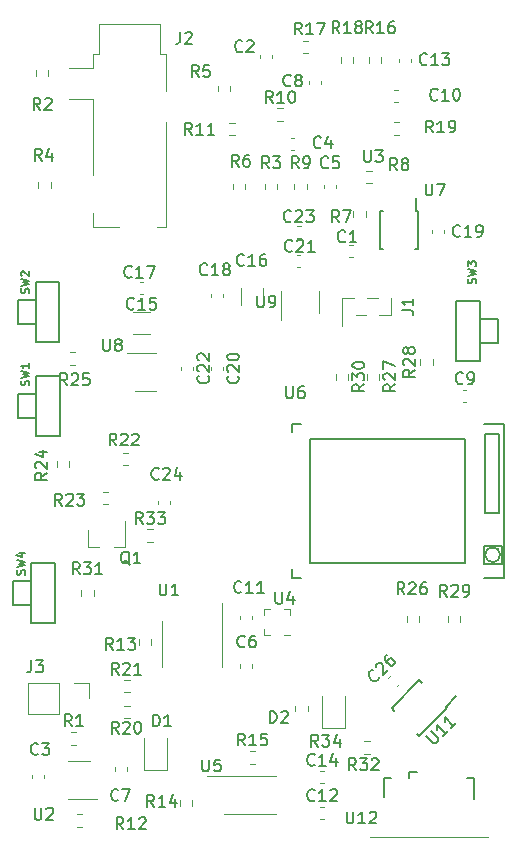
<source format=gto>
G04 #@! TF.GenerationSoftware,KiCad,Pcbnew,5.1.10-88a1d61d58~88~ubuntu20.04.1*
G04 #@! TF.CreationDate,2021-05-21T15:29:45+02:00*
G04 #@! TF.ProjectId,osw-light-modifiedv3,6f73772d-6c69-4676-9874-2d6d6f646966,rev?*
G04 #@! TF.SameCoordinates,Original*
G04 #@! TF.FileFunction,Legend,Top*
G04 #@! TF.FilePolarity,Positive*
%FSLAX46Y46*%
G04 Gerber Fmt 4.6, Leading zero omitted, Abs format (unit mm)*
G04 Created by KiCad (PCBNEW 5.1.10-88a1d61d58~88~ubuntu20.04.1) date 2021-05-21 15:29:45*
%MOMM*%
%LPD*%
G01*
G04 APERTURE LIST*
%ADD10C,0.120000*%
%ADD11C,0.150000*%
%ADD12C,0.050000*%
G04 APERTURE END LIST*
D10*
G04 #@! TO.C,U5*
X135070000Y-104650000D02*
X137270000Y-104650000D01*
X135070000Y-104650000D02*
X132870000Y-104650000D01*
X135070000Y-101430000D02*
X137270000Y-101430000D01*
X135070000Y-101430000D02*
X131470000Y-101430000D01*
G04 #@! TO.C,R34*
X138917500Y-95492742D02*
X138917500Y-95967258D01*
X139962500Y-95492742D02*
X139962500Y-95967258D01*
G04 #@! TO.C,D2*
X143100000Y-97352500D02*
X143100000Y-94667500D01*
X141180000Y-97352500D02*
X143100000Y-97352500D01*
X141180000Y-94667500D02*
X141180000Y-97352500D01*
G04 #@! TO.C,R32*
X145207258Y-99562500D02*
X144732742Y-99562500D01*
X145207258Y-98517500D02*
X144732742Y-98517500D01*
D11*
G04 #@! TO.C,U11*
X151799112Y-95719899D02*
X151640013Y-95560800D01*
X149430304Y-98088707D02*
X149218172Y-97876575D01*
X147061496Y-95719899D02*
X147273628Y-95932031D01*
X149430304Y-93351091D02*
X149642436Y-93563223D01*
X151799112Y-95719899D02*
X149430304Y-98088707D01*
X149430304Y-93351091D02*
X147061496Y-95719899D01*
X151640013Y-95560800D02*
X152506218Y-94694594D01*
D12*
G04 #@! TO.C,U12*
X155198400Y-106632000D02*
X145198400Y-106632000D01*
D11*
X146420000Y-101600000D02*
X147020000Y-101600000D01*
X146420000Y-103200000D02*
X146420000Y-101600000D01*
X154020000Y-101600000D02*
X153420000Y-101600000D01*
X154020000Y-103400000D02*
X154020000Y-101600000D01*
X148520000Y-101100000D02*
X148520000Y-101600000D01*
X149220000Y-101100000D02*
X148520000Y-101100000D01*
D10*
G04 #@! TO.C,R33*
X126393507Y-80560697D02*
X126868023Y-80560697D01*
X126393507Y-81605697D02*
X126868023Y-81605697D01*
G04 #@! TO.C,R25*
X119802742Y-65587500D02*
X120277258Y-65587500D01*
X119802742Y-66632500D02*
X120277258Y-66632500D01*
G04 #@! TO.C,R5*
X133392500Y-43002742D02*
X133392500Y-43477258D01*
X132347500Y-43002742D02*
X132347500Y-43477258D01*
G04 #@! TO.C,J2*
X121780000Y-41490000D02*
X121780000Y-40290000D01*
X121780000Y-40290000D02*
X122280000Y-40290000D01*
X122280000Y-40290000D02*
X122280000Y-37790000D01*
X122280000Y-37790000D02*
X127480000Y-37790000D01*
X127480000Y-37790000D02*
X127480000Y-40290000D01*
X127480000Y-40290000D02*
X127980000Y-40290000D01*
X127980000Y-40290000D02*
X127980000Y-43490000D01*
X127980000Y-46090000D02*
X127980000Y-54990000D01*
X127980000Y-54990000D02*
X127230000Y-54990000D01*
X124030000Y-54990000D02*
X121780000Y-54990000D01*
X121780000Y-54990000D02*
X121780000Y-53790000D01*
X121780000Y-50590000D02*
X121780000Y-44090000D01*
X121780000Y-41490000D02*
X119780000Y-41490000D01*
X121780000Y-44090000D02*
X119780000Y-44090000D01*
G04 #@! TO.C,R17*
X139532742Y-39217500D02*
X140007258Y-39217500D01*
X139532742Y-40262500D02*
X140007258Y-40262500D01*
G04 #@! TO.C,R18*
X142747500Y-41077258D02*
X142747500Y-40602742D01*
X143792500Y-41077258D02*
X143792500Y-40602742D01*
G04 #@! TO.C,R4*
X118202500Y-51152742D02*
X118202500Y-51627258D01*
X117157500Y-51152742D02*
X117157500Y-51627258D01*
G04 #@! TO.C,R22*
X124293507Y-74060697D02*
X124768023Y-74060697D01*
X124293507Y-75105697D02*
X124768023Y-75105697D01*
D11*
G04 #@! TO.C,SW3*
X156076999Y-64754999D02*
X154536999Y-64754999D01*
X156076999Y-62754999D02*
X156076999Y-64754999D01*
X154536999Y-62754999D02*
X156076999Y-62754999D01*
X154536999Y-61214999D02*
X152536999Y-61214999D01*
X154536999Y-66294999D02*
X154536999Y-61214999D01*
X152536999Y-66294999D02*
X154536999Y-66294999D01*
X152536999Y-61214999D02*
X152536999Y-66294999D01*
D10*
G04 #@! TO.C,U1*
X127630000Y-90240000D02*
X127630000Y-92190000D01*
X127630000Y-90240000D02*
X127630000Y-88290000D01*
X132750000Y-90240000D02*
X132750000Y-92190000D01*
X132750000Y-90240000D02*
X132750000Y-86790000D01*
G04 #@! TO.C,R13*
X126732500Y-89842742D02*
X126732500Y-90317258D01*
X125687500Y-89842742D02*
X125687500Y-90317258D01*
G04 #@! TO.C,R30*
X143392500Y-67402742D02*
X143392500Y-67877258D01*
X142347500Y-67402742D02*
X142347500Y-67877258D01*
G04 #@! TO.C,J1*
X142900000Y-62385000D02*
X142900000Y-60995000D01*
X147020000Y-62385000D02*
X147020000Y-60995000D01*
X142900000Y-62385000D02*
X142900000Y-63380000D01*
X142900000Y-62385000D02*
X142900000Y-62385000D01*
X147020000Y-60995000D02*
X147020000Y-60995000D01*
X142900000Y-60995000D02*
X143900000Y-60995000D01*
X145020000Y-60995000D02*
X145900000Y-60995000D01*
X144020000Y-62385000D02*
X144900000Y-62385000D01*
X146020000Y-62385000D02*
X147020000Y-62385000D01*
G04 #@! TO.C,R19*
X147262742Y-46107500D02*
X147737258Y-46107500D01*
X147262742Y-47152500D02*
X147737258Y-47152500D01*
G04 #@! TO.C,R20*
X124412742Y-95507500D02*
X124887258Y-95507500D01*
X124412742Y-96552500D02*
X124887258Y-96552500D01*
G04 #@! TO.C,R26*
X148347500Y-88377258D02*
X148347500Y-87902742D01*
X149392500Y-88377258D02*
X149392500Y-87902742D01*
G04 #@! TO.C,R10*
X137402742Y-44917500D02*
X137877258Y-44917500D01*
X137402742Y-45962500D02*
X137877258Y-45962500D01*
G04 #@! TO.C,R9*
X139892500Y-51312742D02*
X139892500Y-51787258D01*
X138847500Y-51312742D02*
X138847500Y-51787258D01*
G04 #@! TO.C,Q1*
X121350765Y-82043196D02*
X122280765Y-82043196D01*
X124510765Y-82043196D02*
X123580765Y-82043196D01*
X124510765Y-82043196D02*
X124510765Y-79883196D01*
X121350765Y-82043196D02*
X121350765Y-80583196D01*
G04 #@! TO.C,U2*
X121500000Y-100180000D02*
X119700000Y-100180000D01*
X119700000Y-103400000D02*
X122150000Y-103400000D01*
G04 #@! TO.C,R1*
X120387258Y-98802500D02*
X119912742Y-98802500D01*
X120387258Y-97757500D02*
X119912742Y-97757500D01*
G04 #@! TO.C,D1*
X126110000Y-98260000D02*
X126110000Y-100945000D01*
X126110000Y-100945000D02*
X128030000Y-100945000D01*
X128030000Y-100945000D02*
X128030000Y-98260000D01*
G04 #@! TO.C,R27*
X146022500Y-67402742D02*
X146022500Y-67877258D01*
X144977500Y-67402742D02*
X144977500Y-67877258D01*
G04 #@! TO.C,U4*
X138440000Y-89490000D02*
X138440000Y-89490000D01*
X137940000Y-89490000D02*
X138440000Y-89490000D01*
X138440000Y-87790000D02*
X138440000Y-87790000D01*
X138440000Y-87290000D02*
X138440000Y-87790000D01*
X137940000Y-87290000D02*
X138440000Y-87290000D01*
X136740000Y-87290000D02*
X136740000Y-87290000D01*
X136240000Y-87290000D02*
X136740000Y-87290000D01*
X136240000Y-87790000D02*
X136240000Y-87290000D01*
X136240000Y-88990000D02*
X136240000Y-88990000D01*
X136240000Y-89490000D02*
X136240000Y-88990000D01*
X136740000Y-89490000D02*
X136240000Y-89490000D01*
G04 #@! TO.C,R14*
X129147500Y-103977258D02*
X129147500Y-103502742D01*
X130192500Y-103977258D02*
X130192500Y-103502742D01*
D11*
G04 #@! TO.C,SW2*
X115400000Y-61170000D02*
X116940000Y-61170000D01*
X115400000Y-63170000D02*
X115400000Y-61170000D01*
X116940000Y-63170000D02*
X115400000Y-63170000D01*
X116940000Y-64710000D02*
X118940000Y-64710000D01*
X116940000Y-59630000D02*
X116940000Y-64710000D01*
X118940000Y-59630000D02*
X116940000Y-59630000D01*
X118940000Y-64710000D02*
X118940000Y-59630000D01*
D10*
G04 #@! TO.C,C20*
X132761573Y-66799319D02*
X132761573Y-67080479D01*
X131741573Y-66799319D02*
X131741573Y-67080479D01*
G04 #@! TO.C,R24*
X119772500Y-74802742D02*
X119772500Y-75277258D01*
X118727500Y-74802742D02*
X118727500Y-75277258D01*
G04 #@! TO.C,R11*
X133332742Y-46117500D02*
X133807258Y-46117500D01*
X133332742Y-47162500D02*
X133807258Y-47162500D01*
G04 #@! TO.C,R15*
X135537258Y-100402500D02*
X135062742Y-100402500D01*
X135537258Y-99357500D02*
X135062742Y-99357500D01*
G04 #@! TO.C,R21*
X124907258Y-94352500D02*
X124432742Y-94352500D01*
X124907258Y-93307500D02*
X124432742Y-93307500D01*
G04 #@! TO.C,R8*
X144932742Y-50217500D02*
X145407258Y-50217500D01*
X144932742Y-51262500D02*
X145407258Y-51262500D01*
G04 #@! TO.C,R23*
X122593506Y-77360695D02*
X123068022Y-77360695D01*
X122593506Y-78405695D02*
X123068022Y-78405695D01*
G04 #@! TO.C,R6*
X134692500Y-51302742D02*
X134692500Y-51777258D01*
X133647500Y-51302742D02*
X133647500Y-51777258D01*
G04 #@! TO.C,R29*
X151847500Y-88377258D02*
X151847500Y-87902742D01*
X152892500Y-88377258D02*
X152892500Y-87902742D01*
G04 #@! TO.C,R31*
X120787500Y-86197258D02*
X120787500Y-85722742D01*
X121832500Y-86197258D02*
X121832500Y-85722742D01*
G04 #@! TO.C,C26*
X146778243Y-93125227D02*
X146977054Y-92926416D01*
X147499492Y-93846476D02*
X147698303Y-93647665D01*
G04 #@! TO.C,C24*
X127320764Y-78423777D02*
X127320764Y-78142617D01*
X128340764Y-78423777D02*
X128340764Y-78142617D01*
G04 #@! TO.C,R2*
X117992500Y-41702742D02*
X117992500Y-42177258D01*
X116947500Y-41702742D02*
X116947500Y-42177258D01*
G04 #@! TO.C,J3*
X116280000Y-93540000D02*
X116280000Y-96200000D01*
X118880000Y-93540000D02*
X116280000Y-93540000D01*
X118880000Y-96200000D02*
X116280000Y-96200000D01*
X118880000Y-93540000D02*
X118880000Y-96200000D01*
X120150000Y-93540000D02*
X121480000Y-93540000D01*
X121480000Y-93540000D02*
X121480000Y-94870000D01*
G04 #@! TO.C,R28*
X149487500Y-66647258D02*
X149487500Y-66172742D01*
X150532500Y-66647258D02*
X150532500Y-66172742D01*
G04 #@! TO.C,R16*
X145147500Y-41077258D02*
X145147500Y-40602742D01*
X146192500Y-41077258D02*
X146192500Y-40602742D01*
G04 #@! TO.C,R3*
X137392500Y-51312742D02*
X137392500Y-51787258D01*
X136347500Y-51312742D02*
X136347500Y-51787258D01*
G04 #@! TO.C,R12*
X120402742Y-104677500D02*
X120877258Y-104677500D01*
X120402742Y-105722500D02*
X120877258Y-105722500D01*
D11*
G04 #@! TO.C,SW4*
X115033001Y-84975001D02*
X116573001Y-84975001D01*
X115033001Y-86975001D02*
X115033001Y-84975001D01*
X116573001Y-86975001D02*
X115033001Y-86975001D01*
X116573001Y-88515001D02*
X118573001Y-88515001D01*
X116573001Y-83435001D02*
X116573001Y-88515001D01*
X118573001Y-83435001D02*
X116573001Y-83435001D01*
X118573001Y-88515001D02*
X118573001Y-83435001D01*
D10*
G04 #@! TO.C,R7*
X143837500Y-54077258D02*
X143837500Y-53602742D01*
X144882500Y-54077258D02*
X144882500Y-53602742D01*
D11*
G04 #@! TO.C,U6*
X156620000Y-71640000D02*
X156620000Y-84640000D01*
X154920000Y-84640000D02*
X156620000Y-84640000D01*
X154920000Y-71640000D02*
X156620000Y-71640000D01*
X138670000Y-72340000D02*
X138670000Y-71640000D01*
X139370000Y-71640000D02*
X138670000Y-71640000D01*
X138670000Y-83940000D02*
X138670000Y-84640000D01*
X139370000Y-84640000D02*
X138670000Y-84640000D01*
X140121500Y-72870000D02*
X153266000Y-72870000D01*
X140121500Y-83410000D02*
X140121500Y-72870000D01*
X153266000Y-83410000D02*
X140121500Y-83410000D01*
X153266000Y-72870000D02*
X153266000Y-83410000D01*
X154863000Y-81946000D02*
X156387000Y-81946000D01*
X154863000Y-83470000D02*
X154863000Y-81946000D01*
X156387000Y-83470000D02*
X154863000Y-83470000D01*
X156387000Y-81946000D02*
X156387000Y-83470000D01*
X156260000Y-82708000D02*
G75*
G03*
X156260000Y-82708000I-635000J0D01*
G01*
X156170000Y-79202000D02*
X156170000Y-72471000D01*
X154970000Y-79202000D02*
X156170000Y-79202000D01*
X154970000Y-72471000D02*
X154970000Y-79202000D01*
X156170000Y-72471000D02*
X154970000Y-72471000D01*
D10*
G04 #@! TO.C,U8*
X125351573Y-68849899D02*
X127151573Y-68849899D01*
X127151573Y-65629899D02*
X124701573Y-65629899D01*
D11*
G04 #@! TO.C,U7*
X149160000Y-53615000D02*
X149160000Y-52540000D01*
X146085000Y-53615000D02*
X146085000Y-56865000D01*
X149335000Y-53615000D02*
X149335000Y-56865000D01*
X146085000Y-53615000D02*
X146360000Y-53615000D01*
X146085000Y-56865000D02*
X146360000Y-56865000D01*
X149335000Y-56865000D02*
X149060000Y-56865000D01*
X149335000Y-53615000D02*
X149160000Y-53615000D01*
D10*
G04 #@! TO.C,U9*
X140940000Y-62220000D02*
X140940000Y-60420000D01*
X137720000Y-60420000D02*
X137720000Y-62870000D01*
D11*
G04 #@! TO.C,SW1*
X115440000Y-69130000D02*
X116980000Y-69130000D01*
X115440000Y-71130000D02*
X115440000Y-69130000D01*
X116980000Y-71130000D02*
X115440000Y-71130000D01*
X116980000Y-72670000D02*
X118980000Y-72670000D01*
X116980000Y-67590000D02*
X116980000Y-72670000D01*
X118980000Y-67590000D02*
X116980000Y-67590000D01*
X118980000Y-72670000D02*
X118980000Y-67590000D01*
D10*
G04 #@! TO.C,C23*
X139079420Y-54850000D02*
X139360580Y-54850000D01*
X139079420Y-55870000D02*
X139360580Y-55870000D01*
G04 #@! TO.C,C22*
X130261573Y-66779319D02*
X130261573Y-67060479D01*
X129241573Y-66779319D02*
X129241573Y-67060479D01*
G04 #@! TO.C,C21*
X139064420Y-57340000D02*
X139345580Y-57340000D01*
X139064420Y-58360000D02*
X139345580Y-58360000D01*
G04 #@! TO.C,C19*
X151520000Y-55199420D02*
X151520000Y-55480580D01*
X150500000Y-55199420D02*
X150500000Y-55480580D01*
G04 #@! TO.C,C18*
X131760000Y-60880580D02*
X131760000Y-60599420D01*
X132780000Y-60880580D02*
X132780000Y-60599420D01*
G04 #@! TO.C,C17*
X126042153Y-60619899D02*
X125760993Y-60619899D01*
X126042153Y-59599899D02*
X125760993Y-59599899D01*
G04 #@! TO.C,C16*
X134340000Y-61551252D02*
X134340000Y-60128748D01*
X136160000Y-61551252D02*
X136160000Y-60128748D01*
G04 #@! TO.C,C15*
X126612825Y-64019899D02*
X125190321Y-64019899D01*
X126612825Y-62199899D02*
X125190321Y-62199899D01*
G04 #@! TO.C,C14*
X141049420Y-101040000D02*
X141330580Y-101040000D01*
X141049420Y-102060000D02*
X141330580Y-102060000D01*
G04 #@! TO.C,C13*
X147660000Y-40980580D02*
X147660000Y-40699420D01*
X148680000Y-40980580D02*
X148680000Y-40699420D01*
G04 #@! TO.C,C12*
X141049420Y-104040000D02*
X141330580Y-104040000D01*
X141049420Y-105060000D02*
X141330580Y-105060000D01*
G04 #@! TO.C,C11*
X135280000Y-87899420D02*
X135280000Y-88180580D01*
X134260000Y-87899420D02*
X134260000Y-88180580D01*
G04 #@! TO.C,C10*
X147570580Y-44390000D02*
X147289420Y-44390000D01*
X147570580Y-43370000D02*
X147289420Y-43370000D01*
G04 #@! TO.C,C9*
X153129420Y-68730000D02*
X153410580Y-68730000D01*
X153129420Y-69750000D02*
X153410580Y-69750000D01*
G04 #@! TO.C,C8*
X141080000Y-42599420D02*
X141080000Y-42880580D01*
X140060000Y-42599420D02*
X140060000Y-42880580D01*
G04 #@! TO.C,C7*
X124650000Y-100719420D02*
X124650000Y-101000580D01*
X123630000Y-100719420D02*
X123630000Y-101000580D01*
G04 #@! TO.C,C6*
X135280000Y-91999420D02*
X135280000Y-92280580D01*
X134260000Y-91999420D02*
X134260000Y-92280580D01*
G04 #@! TO.C,C5*
X142380000Y-51409420D02*
X142380000Y-51690580D01*
X141360000Y-51409420D02*
X141360000Y-51690580D01*
G04 #@! TO.C,C4*
X138810580Y-48450000D02*
X138529420Y-48450000D01*
X138810580Y-47430000D02*
X138529420Y-47430000D01*
G04 #@! TO.C,C3*
X116630000Y-101630580D02*
X116630000Y-101349420D01*
X117650000Y-101630580D02*
X117650000Y-101349420D01*
G04 #@! TO.C,C2*
X135960000Y-40680580D02*
X135960000Y-40399420D01*
X136980000Y-40680580D02*
X136980000Y-40399420D01*
G04 #@! TO.C,C1*
X143489420Y-56510000D02*
X143770580Y-56510000D01*
X143489420Y-57530000D02*
X143770580Y-57530000D01*
G04 #@! TO.C,U5*
D11*
X131038095Y-100052380D02*
X131038095Y-100861904D01*
X131085714Y-100957142D01*
X131133333Y-101004761D01*
X131228571Y-101052380D01*
X131419047Y-101052380D01*
X131514285Y-101004761D01*
X131561904Y-100957142D01*
X131609523Y-100861904D01*
X131609523Y-100052380D01*
X132561904Y-100052380D02*
X132085714Y-100052380D01*
X132038095Y-100528571D01*
X132085714Y-100480952D01*
X132180952Y-100433333D01*
X132419047Y-100433333D01*
X132514285Y-100480952D01*
X132561904Y-100528571D01*
X132609523Y-100623809D01*
X132609523Y-100861904D01*
X132561904Y-100957142D01*
X132514285Y-101004761D01*
X132419047Y-101052380D01*
X132180952Y-101052380D01*
X132085714Y-101004761D01*
X132038095Y-100957142D01*
G04 #@! TO.C,R34*
X140857142Y-98952380D02*
X140523809Y-98476190D01*
X140285714Y-98952380D02*
X140285714Y-97952380D01*
X140666666Y-97952380D01*
X140761904Y-98000000D01*
X140809523Y-98047619D01*
X140857142Y-98142857D01*
X140857142Y-98285714D01*
X140809523Y-98380952D01*
X140761904Y-98428571D01*
X140666666Y-98476190D01*
X140285714Y-98476190D01*
X141190476Y-97952380D02*
X141809523Y-97952380D01*
X141476190Y-98333333D01*
X141619047Y-98333333D01*
X141714285Y-98380952D01*
X141761904Y-98428571D01*
X141809523Y-98523809D01*
X141809523Y-98761904D01*
X141761904Y-98857142D01*
X141714285Y-98904761D01*
X141619047Y-98952380D01*
X141333333Y-98952380D01*
X141238095Y-98904761D01*
X141190476Y-98857142D01*
X142666666Y-98285714D02*
X142666666Y-98952380D01*
X142428571Y-97904761D02*
X142190476Y-98619047D01*
X142809523Y-98619047D01*
G04 #@! TO.C,D2*
X136761904Y-96952380D02*
X136761904Y-95952380D01*
X137000000Y-95952380D01*
X137142857Y-96000000D01*
X137238095Y-96095238D01*
X137285714Y-96190476D01*
X137333333Y-96380952D01*
X137333333Y-96523809D01*
X137285714Y-96714285D01*
X137238095Y-96809523D01*
X137142857Y-96904761D01*
X137000000Y-96952380D01*
X136761904Y-96952380D01*
X137714285Y-96047619D02*
X137761904Y-96000000D01*
X137857142Y-95952380D01*
X138095238Y-95952380D01*
X138190476Y-96000000D01*
X138238095Y-96047619D01*
X138285714Y-96142857D01*
X138285714Y-96238095D01*
X138238095Y-96380952D01*
X137666666Y-96952380D01*
X138285714Y-96952380D01*
G04 #@! TO.C,R32*
X144057142Y-100952380D02*
X143723809Y-100476190D01*
X143485714Y-100952380D02*
X143485714Y-99952380D01*
X143866666Y-99952380D01*
X143961904Y-100000000D01*
X144009523Y-100047619D01*
X144057142Y-100142857D01*
X144057142Y-100285714D01*
X144009523Y-100380952D01*
X143961904Y-100428571D01*
X143866666Y-100476190D01*
X143485714Y-100476190D01*
X144390476Y-99952380D02*
X145009523Y-99952380D01*
X144676190Y-100333333D01*
X144819047Y-100333333D01*
X144914285Y-100380952D01*
X144961904Y-100428571D01*
X145009523Y-100523809D01*
X145009523Y-100761904D01*
X144961904Y-100857142D01*
X144914285Y-100904761D01*
X144819047Y-100952380D01*
X144533333Y-100952380D01*
X144438095Y-100904761D01*
X144390476Y-100857142D01*
X145390476Y-100047619D02*
X145438095Y-100000000D01*
X145533333Y-99952380D01*
X145771428Y-99952380D01*
X145866666Y-100000000D01*
X145914285Y-100047619D01*
X145961904Y-100142857D01*
X145961904Y-100238095D01*
X145914285Y-100380952D01*
X145342857Y-100952380D01*
X145961904Y-100952380D01*
G04 #@! TO.C,U11*
X150006091Y-98046617D02*
X150578511Y-98619037D01*
X150679526Y-98652708D01*
X150746869Y-98652708D01*
X150847885Y-98619037D01*
X150982572Y-98484350D01*
X151016243Y-98383334D01*
X151016243Y-98315991D01*
X150982572Y-98214976D01*
X150410152Y-97642556D01*
X151824365Y-97642556D02*
X151420304Y-98046617D01*
X151622335Y-97844586D02*
X150915228Y-97137480D01*
X150948900Y-97305838D01*
X150948900Y-97440525D01*
X150915228Y-97541541D01*
X152497800Y-96969121D02*
X152093739Y-97373182D01*
X152295770Y-97171151D02*
X151588663Y-96464045D01*
X151622335Y-96632403D01*
X151622335Y-96767090D01*
X151588663Y-96868106D01*
G04 #@! TO.C,U12*
X143261904Y-104452380D02*
X143261904Y-105261904D01*
X143309523Y-105357142D01*
X143357142Y-105404761D01*
X143452380Y-105452380D01*
X143642857Y-105452380D01*
X143738095Y-105404761D01*
X143785714Y-105357142D01*
X143833333Y-105261904D01*
X143833333Y-104452380D01*
X144833333Y-105452380D02*
X144261904Y-105452380D01*
X144547619Y-105452380D02*
X144547619Y-104452380D01*
X144452380Y-104595238D01*
X144357142Y-104690476D01*
X144261904Y-104738095D01*
X145214285Y-104547619D02*
X145261904Y-104500000D01*
X145357142Y-104452380D01*
X145595238Y-104452380D01*
X145690476Y-104500000D01*
X145738095Y-104547619D01*
X145785714Y-104642857D01*
X145785714Y-104738095D01*
X145738095Y-104880952D01*
X145166666Y-105452380D01*
X145785714Y-105452380D01*
G04 #@! TO.C,R33*
X125987907Y-80105577D02*
X125654574Y-79629387D01*
X125416479Y-80105577D02*
X125416479Y-79105577D01*
X125797431Y-79105577D01*
X125892669Y-79153197D01*
X125940288Y-79200816D01*
X125987907Y-79296054D01*
X125987907Y-79438911D01*
X125940288Y-79534149D01*
X125892669Y-79581768D01*
X125797431Y-79629387D01*
X125416479Y-79629387D01*
X126321241Y-79105577D02*
X126940288Y-79105577D01*
X126606955Y-79486530D01*
X126749812Y-79486530D01*
X126845050Y-79534149D01*
X126892669Y-79581768D01*
X126940288Y-79677006D01*
X126940288Y-79915101D01*
X126892669Y-80010339D01*
X126845050Y-80057958D01*
X126749812Y-80105577D01*
X126464098Y-80105577D01*
X126368860Y-80057958D01*
X126321241Y-80010339D01*
X127273622Y-79105577D02*
X127892669Y-79105577D01*
X127559336Y-79486530D01*
X127702193Y-79486530D01*
X127797431Y-79534149D01*
X127845050Y-79581768D01*
X127892669Y-79677006D01*
X127892669Y-79915101D01*
X127845050Y-80010339D01*
X127797431Y-80057958D01*
X127702193Y-80105577D01*
X127416479Y-80105577D01*
X127321241Y-80057958D01*
X127273622Y-80010339D01*
G04 #@! TO.C,R25*
X119597142Y-68362380D02*
X119263809Y-67886190D01*
X119025714Y-68362380D02*
X119025714Y-67362380D01*
X119406666Y-67362380D01*
X119501904Y-67410000D01*
X119549523Y-67457619D01*
X119597142Y-67552857D01*
X119597142Y-67695714D01*
X119549523Y-67790952D01*
X119501904Y-67838571D01*
X119406666Y-67886190D01*
X119025714Y-67886190D01*
X119978095Y-67457619D02*
X120025714Y-67410000D01*
X120120952Y-67362380D01*
X120359047Y-67362380D01*
X120454285Y-67410000D01*
X120501904Y-67457619D01*
X120549523Y-67552857D01*
X120549523Y-67648095D01*
X120501904Y-67790952D01*
X119930476Y-68362380D01*
X120549523Y-68362380D01*
X121454285Y-67362380D02*
X120978095Y-67362380D01*
X120930476Y-67838571D01*
X120978095Y-67790952D01*
X121073333Y-67743333D01*
X121311428Y-67743333D01*
X121406666Y-67790952D01*
X121454285Y-67838571D01*
X121501904Y-67933809D01*
X121501904Y-68171904D01*
X121454285Y-68267142D01*
X121406666Y-68314761D01*
X121311428Y-68362380D01*
X121073333Y-68362380D01*
X120978095Y-68314761D01*
X120930476Y-68267142D01*
G04 #@! TO.C,R5*
X130733333Y-42252380D02*
X130400000Y-41776190D01*
X130161904Y-42252380D02*
X130161904Y-41252380D01*
X130542857Y-41252380D01*
X130638095Y-41300000D01*
X130685714Y-41347619D01*
X130733333Y-41442857D01*
X130733333Y-41585714D01*
X130685714Y-41680952D01*
X130638095Y-41728571D01*
X130542857Y-41776190D01*
X130161904Y-41776190D01*
X131638095Y-41252380D02*
X131161904Y-41252380D01*
X131114285Y-41728571D01*
X131161904Y-41680952D01*
X131257142Y-41633333D01*
X131495238Y-41633333D01*
X131590476Y-41680952D01*
X131638095Y-41728571D01*
X131685714Y-41823809D01*
X131685714Y-42061904D01*
X131638095Y-42157142D01*
X131590476Y-42204761D01*
X131495238Y-42252380D01*
X131257142Y-42252380D01*
X131161904Y-42204761D01*
X131114285Y-42157142D01*
G04 #@! TO.C,J2*
X129166666Y-38452380D02*
X129166666Y-39166666D01*
X129119047Y-39309523D01*
X129023809Y-39404761D01*
X128880952Y-39452380D01*
X128785714Y-39452380D01*
X129595238Y-38547619D02*
X129642857Y-38500000D01*
X129738095Y-38452380D01*
X129976190Y-38452380D01*
X130071428Y-38500000D01*
X130119047Y-38547619D01*
X130166666Y-38642857D01*
X130166666Y-38738095D01*
X130119047Y-38880952D01*
X129547619Y-39452380D01*
X130166666Y-39452380D01*
G04 #@! TO.C,R17*
X139457142Y-38652380D02*
X139123809Y-38176190D01*
X138885714Y-38652380D02*
X138885714Y-37652380D01*
X139266666Y-37652380D01*
X139361904Y-37700000D01*
X139409523Y-37747619D01*
X139457142Y-37842857D01*
X139457142Y-37985714D01*
X139409523Y-38080952D01*
X139361904Y-38128571D01*
X139266666Y-38176190D01*
X138885714Y-38176190D01*
X140409523Y-38652380D02*
X139838095Y-38652380D01*
X140123809Y-38652380D02*
X140123809Y-37652380D01*
X140028571Y-37795238D01*
X139933333Y-37890476D01*
X139838095Y-37938095D01*
X140742857Y-37652380D02*
X141409523Y-37652380D01*
X140980952Y-38652380D01*
G04 #@! TO.C,R18*
X142657142Y-38552380D02*
X142323809Y-38076190D01*
X142085714Y-38552380D02*
X142085714Y-37552380D01*
X142466666Y-37552380D01*
X142561904Y-37600000D01*
X142609523Y-37647619D01*
X142657142Y-37742857D01*
X142657142Y-37885714D01*
X142609523Y-37980952D01*
X142561904Y-38028571D01*
X142466666Y-38076190D01*
X142085714Y-38076190D01*
X143609523Y-38552380D02*
X143038095Y-38552380D01*
X143323809Y-38552380D02*
X143323809Y-37552380D01*
X143228571Y-37695238D01*
X143133333Y-37790476D01*
X143038095Y-37838095D01*
X144180952Y-37980952D02*
X144085714Y-37933333D01*
X144038095Y-37885714D01*
X143990476Y-37790476D01*
X143990476Y-37742857D01*
X144038095Y-37647619D01*
X144085714Y-37600000D01*
X144180952Y-37552380D01*
X144371428Y-37552380D01*
X144466666Y-37600000D01*
X144514285Y-37647619D01*
X144561904Y-37742857D01*
X144561904Y-37790476D01*
X144514285Y-37885714D01*
X144466666Y-37933333D01*
X144371428Y-37980952D01*
X144180952Y-37980952D01*
X144085714Y-38028571D01*
X144038095Y-38076190D01*
X143990476Y-38171428D01*
X143990476Y-38361904D01*
X144038095Y-38457142D01*
X144085714Y-38504761D01*
X144180952Y-38552380D01*
X144371428Y-38552380D01*
X144466666Y-38504761D01*
X144514285Y-38457142D01*
X144561904Y-38361904D01*
X144561904Y-38171428D01*
X144514285Y-38076190D01*
X144466666Y-38028571D01*
X144371428Y-37980952D01*
G04 #@! TO.C,R4*
X117433333Y-49352380D02*
X117100000Y-48876190D01*
X116861904Y-49352380D02*
X116861904Y-48352380D01*
X117242857Y-48352380D01*
X117338095Y-48400000D01*
X117385714Y-48447619D01*
X117433333Y-48542857D01*
X117433333Y-48685714D01*
X117385714Y-48780952D01*
X117338095Y-48828571D01*
X117242857Y-48876190D01*
X116861904Y-48876190D01*
X118290476Y-48685714D02*
X118290476Y-49352380D01*
X118052380Y-48304761D02*
X117814285Y-49019047D01*
X118433333Y-49019047D01*
G04 #@! TO.C,R22*
X123757142Y-73452380D02*
X123423809Y-72976190D01*
X123185714Y-73452380D02*
X123185714Y-72452380D01*
X123566666Y-72452380D01*
X123661904Y-72500000D01*
X123709523Y-72547619D01*
X123757142Y-72642857D01*
X123757142Y-72785714D01*
X123709523Y-72880952D01*
X123661904Y-72928571D01*
X123566666Y-72976190D01*
X123185714Y-72976190D01*
X124138095Y-72547619D02*
X124185714Y-72500000D01*
X124280952Y-72452380D01*
X124519047Y-72452380D01*
X124614285Y-72500000D01*
X124661904Y-72547619D01*
X124709523Y-72642857D01*
X124709523Y-72738095D01*
X124661904Y-72880952D01*
X124090476Y-73452380D01*
X124709523Y-73452380D01*
X125090476Y-72547619D02*
X125138095Y-72500000D01*
X125233333Y-72452380D01*
X125471428Y-72452380D01*
X125566666Y-72500000D01*
X125614285Y-72547619D01*
X125661904Y-72642857D01*
X125661904Y-72738095D01*
X125614285Y-72880952D01*
X125042857Y-73452380D01*
X125661904Y-73452380D01*
G04 #@! TO.C,SW3*
X154183333Y-59733333D02*
X154216666Y-59633333D01*
X154216666Y-59466666D01*
X154183333Y-59400000D01*
X154150000Y-59366666D01*
X154083333Y-59333333D01*
X154016666Y-59333333D01*
X153950000Y-59366666D01*
X153916666Y-59400000D01*
X153883333Y-59466666D01*
X153850000Y-59600000D01*
X153816666Y-59666666D01*
X153783333Y-59700000D01*
X153716666Y-59733333D01*
X153650000Y-59733333D01*
X153583333Y-59700000D01*
X153550000Y-59666666D01*
X153516666Y-59600000D01*
X153516666Y-59433333D01*
X153550000Y-59333333D01*
X153516666Y-59100000D02*
X154216666Y-58933333D01*
X153716666Y-58800000D01*
X154216666Y-58666666D01*
X153516666Y-58500000D01*
X153516666Y-58300000D02*
X153516666Y-57866666D01*
X153783333Y-58100000D01*
X153783333Y-58000000D01*
X153816666Y-57933333D01*
X153850000Y-57900000D01*
X153916666Y-57866666D01*
X154083333Y-57866666D01*
X154150000Y-57900000D01*
X154183333Y-57933333D01*
X154216666Y-58000000D01*
X154216666Y-58200000D01*
X154183333Y-58266666D01*
X154150000Y-58300000D01*
G04 #@! TO.C,U1*
X127438095Y-85152380D02*
X127438095Y-85961904D01*
X127485714Y-86057142D01*
X127533333Y-86104761D01*
X127628571Y-86152380D01*
X127819047Y-86152380D01*
X127914285Y-86104761D01*
X127961904Y-86057142D01*
X128009523Y-85961904D01*
X128009523Y-85152380D01*
X129009523Y-86152380D02*
X128438095Y-86152380D01*
X128723809Y-86152380D02*
X128723809Y-85152380D01*
X128628571Y-85295238D01*
X128533333Y-85390476D01*
X128438095Y-85438095D01*
G04 #@! TO.C,R13*
X123457142Y-90752380D02*
X123123809Y-90276190D01*
X122885714Y-90752380D02*
X122885714Y-89752380D01*
X123266666Y-89752380D01*
X123361904Y-89800000D01*
X123409523Y-89847619D01*
X123457142Y-89942857D01*
X123457142Y-90085714D01*
X123409523Y-90180952D01*
X123361904Y-90228571D01*
X123266666Y-90276190D01*
X122885714Y-90276190D01*
X124409523Y-90752380D02*
X123838095Y-90752380D01*
X124123809Y-90752380D02*
X124123809Y-89752380D01*
X124028571Y-89895238D01*
X123933333Y-89990476D01*
X123838095Y-90038095D01*
X124742857Y-89752380D02*
X125361904Y-89752380D01*
X125028571Y-90133333D01*
X125171428Y-90133333D01*
X125266666Y-90180952D01*
X125314285Y-90228571D01*
X125361904Y-90323809D01*
X125361904Y-90561904D01*
X125314285Y-90657142D01*
X125266666Y-90704761D01*
X125171428Y-90752380D01*
X124885714Y-90752380D01*
X124790476Y-90704761D01*
X124742857Y-90657142D01*
G04 #@! TO.C,R30*
X144752380Y-68282857D02*
X144276190Y-68616190D01*
X144752380Y-68854285D02*
X143752380Y-68854285D01*
X143752380Y-68473333D01*
X143800000Y-68378095D01*
X143847619Y-68330476D01*
X143942857Y-68282857D01*
X144085714Y-68282857D01*
X144180952Y-68330476D01*
X144228571Y-68378095D01*
X144276190Y-68473333D01*
X144276190Y-68854285D01*
X143752380Y-67949523D02*
X143752380Y-67330476D01*
X144133333Y-67663809D01*
X144133333Y-67520952D01*
X144180952Y-67425714D01*
X144228571Y-67378095D01*
X144323809Y-67330476D01*
X144561904Y-67330476D01*
X144657142Y-67378095D01*
X144704761Y-67425714D01*
X144752380Y-67520952D01*
X144752380Y-67806666D01*
X144704761Y-67901904D01*
X144657142Y-67949523D01*
X143752380Y-66711428D02*
X143752380Y-66616190D01*
X143800000Y-66520952D01*
X143847619Y-66473333D01*
X143942857Y-66425714D01*
X144133333Y-66378095D01*
X144371428Y-66378095D01*
X144561904Y-66425714D01*
X144657142Y-66473333D01*
X144704761Y-66520952D01*
X144752380Y-66616190D01*
X144752380Y-66711428D01*
X144704761Y-66806666D01*
X144657142Y-66854285D01*
X144561904Y-66901904D01*
X144371428Y-66949523D01*
X144133333Y-66949523D01*
X143942857Y-66901904D01*
X143847619Y-66854285D01*
X143800000Y-66806666D01*
X143752380Y-66711428D01*
G04 #@! TO.C,J1*
X147912380Y-62023333D02*
X148626666Y-62023333D01*
X148769523Y-62070952D01*
X148864761Y-62166190D01*
X148912380Y-62309047D01*
X148912380Y-62404285D01*
X148912380Y-61023333D02*
X148912380Y-61594761D01*
X148912380Y-61309047D02*
X147912380Y-61309047D01*
X148055238Y-61404285D01*
X148150476Y-61499523D01*
X148198095Y-61594761D01*
G04 #@! TO.C,R19*
X150557142Y-46952380D02*
X150223809Y-46476190D01*
X149985714Y-46952380D02*
X149985714Y-45952380D01*
X150366666Y-45952380D01*
X150461904Y-46000000D01*
X150509523Y-46047619D01*
X150557142Y-46142857D01*
X150557142Y-46285714D01*
X150509523Y-46380952D01*
X150461904Y-46428571D01*
X150366666Y-46476190D01*
X149985714Y-46476190D01*
X151509523Y-46952380D02*
X150938095Y-46952380D01*
X151223809Y-46952380D02*
X151223809Y-45952380D01*
X151128571Y-46095238D01*
X151033333Y-46190476D01*
X150938095Y-46238095D01*
X151985714Y-46952380D02*
X152176190Y-46952380D01*
X152271428Y-46904761D01*
X152319047Y-46857142D01*
X152414285Y-46714285D01*
X152461904Y-46523809D01*
X152461904Y-46142857D01*
X152414285Y-46047619D01*
X152366666Y-46000000D01*
X152271428Y-45952380D01*
X152080952Y-45952380D01*
X151985714Y-46000000D01*
X151938095Y-46047619D01*
X151890476Y-46142857D01*
X151890476Y-46380952D01*
X151938095Y-46476190D01*
X151985714Y-46523809D01*
X152080952Y-46571428D01*
X152271428Y-46571428D01*
X152366666Y-46523809D01*
X152414285Y-46476190D01*
X152461904Y-46380952D01*
G04 #@! TO.C,R20*
X123957142Y-97852380D02*
X123623809Y-97376190D01*
X123385714Y-97852380D02*
X123385714Y-96852380D01*
X123766666Y-96852380D01*
X123861904Y-96900000D01*
X123909523Y-96947619D01*
X123957142Y-97042857D01*
X123957142Y-97185714D01*
X123909523Y-97280952D01*
X123861904Y-97328571D01*
X123766666Y-97376190D01*
X123385714Y-97376190D01*
X124338095Y-96947619D02*
X124385714Y-96900000D01*
X124480952Y-96852380D01*
X124719047Y-96852380D01*
X124814285Y-96900000D01*
X124861904Y-96947619D01*
X124909523Y-97042857D01*
X124909523Y-97138095D01*
X124861904Y-97280952D01*
X124290476Y-97852380D01*
X124909523Y-97852380D01*
X125528571Y-96852380D02*
X125623809Y-96852380D01*
X125719047Y-96900000D01*
X125766666Y-96947619D01*
X125814285Y-97042857D01*
X125861904Y-97233333D01*
X125861904Y-97471428D01*
X125814285Y-97661904D01*
X125766666Y-97757142D01*
X125719047Y-97804761D01*
X125623809Y-97852380D01*
X125528571Y-97852380D01*
X125433333Y-97804761D01*
X125385714Y-97757142D01*
X125338095Y-97661904D01*
X125290476Y-97471428D01*
X125290476Y-97233333D01*
X125338095Y-97042857D01*
X125385714Y-96947619D01*
X125433333Y-96900000D01*
X125528571Y-96852380D01*
G04 #@! TO.C,R26*
X148157142Y-86052380D02*
X147823809Y-85576190D01*
X147585714Y-86052380D02*
X147585714Y-85052380D01*
X147966666Y-85052380D01*
X148061904Y-85100000D01*
X148109523Y-85147619D01*
X148157142Y-85242857D01*
X148157142Y-85385714D01*
X148109523Y-85480952D01*
X148061904Y-85528571D01*
X147966666Y-85576190D01*
X147585714Y-85576190D01*
X148538095Y-85147619D02*
X148585714Y-85100000D01*
X148680952Y-85052380D01*
X148919047Y-85052380D01*
X149014285Y-85100000D01*
X149061904Y-85147619D01*
X149109523Y-85242857D01*
X149109523Y-85338095D01*
X149061904Y-85480952D01*
X148490476Y-86052380D01*
X149109523Y-86052380D01*
X149966666Y-85052380D02*
X149776190Y-85052380D01*
X149680952Y-85100000D01*
X149633333Y-85147619D01*
X149538095Y-85290476D01*
X149490476Y-85480952D01*
X149490476Y-85861904D01*
X149538095Y-85957142D01*
X149585714Y-86004761D01*
X149680952Y-86052380D01*
X149871428Y-86052380D01*
X149966666Y-86004761D01*
X150014285Y-85957142D01*
X150061904Y-85861904D01*
X150061904Y-85623809D01*
X150014285Y-85528571D01*
X149966666Y-85480952D01*
X149871428Y-85433333D01*
X149680952Y-85433333D01*
X149585714Y-85480952D01*
X149538095Y-85528571D01*
X149490476Y-85623809D01*
G04 #@! TO.C,R10*
X136997142Y-44462380D02*
X136663809Y-43986190D01*
X136425714Y-44462380D02*
X136425714Y-43462380D01*
X136806666Y-43462380D01*
X136901904Y-43510000D01*
X136949523Y-43557619D01*
X136997142Y-43652857D01*
X136997142Y-43795714D01*
X136949523Y-43890952D01*
X136901904Y-43938571D01*
X136806666Y-43986190D01*
X136425714Y-43986190D01*
X137949523Y-44462380D02*
X137378095Y-44462380D01*
X137663809Y-44462380D02*
X137663809Y-43462380D01*
X137568571Y-43605238D01*
X137473333Y-43700476D01*
X137378095Y-43748095D01*
X138568571Y-43462380D02*
X138663809Y-43462380D01*
X138759047Y-43510000D01*
X138806666Y-43557619D01*
X138854285Y-43652857D01*
X138901904Y-43843333D01*
X138901904Y-44081428D01*
X138854285Y-44271904D01*
X138806666Y-44367142D01*
X138759047Y-44414761D01*
X138663809Y-44462380D01*
X138568571Y-44462380D01*
X138473333Y-44414761D01*
X138425714Y-44367142D01*
X138378095Y-44271904D01*
X138330476Y-44081428D01*
X138330476Y-43843333D01*
X138378095Y-43652857D01*
X138425714Y-43557619D01*
X138473333Y-43510000D01*
X138568571Y-43462380D01*
G04 #@! TO.C,R9*
X139203333Y-49992380D02*
X138870000Y-49516190D01*
X138631904Y-49992380D02*
X138631904Y-48992380D01*
X139012857Y-48992380D01*
X139108095Y-49040000D01*
X139155714Y-49087619D01*
X139203333Y-49182857D01*
X139203333Y-49325714D01*
X139155714Y-49420952D01*
X139108095Y-49468571D01*
X139012857Y-49516190D01*
X138631904Y-49516190D01*
X139679523Y-49992380D02*
X139870000Y-49992380D01*
X139965238Y-49944761D01*
X140012857Y-49897142D01*
X140108095Y-49754285D01*
X140155714Y-49563809D01*
X140155714Y-49182857D01*
X140108095Y-49087619D01*
X140060476Y-49040000D01*
X139965238Y-48992380D01*
X139774761Y-48992380D01*
X139679523Y-49040000D01*
X139631904Y-49087619D01*
X139584285Y-49182857D01*
X139584285Y-49420952D01*
X139631904Y-49516190D01*
X139679523Y-49563809D01*
X139774761Y-49611428D01*
X139965238Y-49611428D01*
X140060476Y-49563809D01*
X140108095Y-49516190D01*
X140155714Y-49420952D01*
G04 #@! TO.C,Q1*
X124904761Y-83547619D02*
X124809523Y-83500000D01*
X124714285Y-83404761D01*
X124571428Y-83261904D01*
X124476190Y-83214285D01*
X124380952Y-83214285D01*
X124428571Y-83452380D02*
X124333333Y-83404761D01*
X124238095Y-83309523D01*
X124190476Y-83119047D01*
X124190476Y-82785714D01*
X124238095Y-82595238D01*
X124333333Y-82500000D01*
X124428571Y-82452380D01*
X124619047Y-82452380D01*
X124714285Y-82500000D01*
X124809523Y-82595238D01*
X124857142Y-82785714D01*
X124857142Y-83119047D01*
X124809523Y-83309523D01*
X124714285Y-83404761D01*
X124619047Y-83452380D01*
X124428571Y-83452380D01*
X125809523Y-83452380D02*
X125238095Y-83452380D01*
X125523809Y-83452380D02*
X125523809Y-82452380D01*
X125428571Y-82595238D01*
X125333333Y-82690476D01*
X125238095Y-82738095D01*
G04 #@! TO.C,U2*
X116838095Y-104142380D02*
X116838095Y-104951904D01*
X116885714Y-105047142D01*
X116933333Y-105094761D01*
X117028571Y-105142380D01*
X117219047Y-105142380D01*
X117314285Y-105094761D01*
X117361904Y-105047142D01*
X117409523Y-104951904D01*
X117409523Y-104142380D01*
X117838095Y-104237619D02*
X117885714Y-104190000D01*
X117980952Y-104142380D01*
X118219047Y-104142380D01*
X118314285Y-104190000D01*
X118361904Y-104237619D01*
X118409523Y-104332857D01*
X118409523Y-104428095D01*
X118361904Y-104570952D01*
X117790476Y-105142380D01*
X118409523Y-105142380D01*
G04 #@! TO.C,R1*
X119983333Y-97232380D02*
X119650000Y-96756190D01*
X119411904Y-97232380D02*
X119411904Y-96232380D01*
X119792857Y-96232380D01*
X119888095Y-96280000D01*
X119935714Y-96327619D01*
X119983333Y-96422857D01*
X119983333Y-96565714D01*
X119935714Y-96660952D01*
X119888095Y-96708571D01*
X119792857Y-96756190D01*
X119411904Y-96756190D01*
X120935714Y-97232380D02*
X120364285Y-97232380D01*
X120650000Y-97232380D02*
X120650000Y-96232380D01*
X120554761Y-96375238D01*
X120459523Y-96470476D01*
X120364285Y-96518095D01*
G04 #@! TO.C,D1*
X126861904Y-97252380D02*
X126861904Y-96252380D01*
X127100000Y-96252380D01*
X127242857Y-96300000D01*
X127338095Y-96395238D01*
X127385714Y-96490476D01*
X127433333Y-96680952D01*
X127433333Y-96823809D01*
X127385714Y-97014285D01*
X127338095Y-97109523D01*
X127242857Y-97204761D01*
X127100000Y-97252380D01*
X126861904Y-97252380D01*
X128385714Y-97252380D02*
X127814285Y-97252380D01*
X128100000Y-97252380D02*
X128100000Y-96252380D01*
X128004761Y-96395238D01*
X127909523Y-96490476D01*
X127814285Y-96538095D01*
G04 #@! TO.C,R27*
X147382380Y-68282857D02*
X146906190Y-68616190D01*
X147382380Y-68854285D02*
X146382380Y-68854285D01*
X146382380Y-68473333D01*
X146430000Y-68378095D01*
X146477619Y-68330476D01*
X146572857Y-68282857D01*
X146715714Y-68282857D01*
X146810952Y-68330476D01*
X146858571Y-68378095D01*
X146906190Y-68473333D01*
X146906190Y-68854285D01*
X146477619Y-67901904D02*
X146430000Y-67854285D01*
X146382380Y-67759047D01*
X146382380Y-67520952D01*
X146430000Y-67425714D01*
X146477619Y-67378095D01*
X146572857Y-67330476D01*
X146668095Y-67330476D01*
X146810952Y-67378095D01*
X147382380Y-67949523D01*
X147382380Y-67330476D01*
X146382380Y-66997142D02*
X146382380Y-66330476D01*
X147382380Y-66759047D01*
G04 #@! TO.C,U4*
X137238095Y-85852380D02*
X137238095Y-86661904D01*
X137285714Y-86757142D01*
X137333333Y-86804761D01*
X137428571Y-86852380D01*
X137619047Y-86852380D01*
X137714285Y-86804761D01*
X137761904Y-86757142D01*
X137809523Y-86661904D01*
X137809523Y-85852380D01*
X138714285Y-86185714D02*
X138714285Y-86852380D01*
X138476190Y-85804761D02*
X138238095Y-86519047D01*
X138857142Y-86519047D01*
G04 #@! TO.C,R14*
X126957142Y-104052380D02*
X126623809Y-103576190D01*
X126385714Y-104052380D02*
X126385714Y-103052380D01*
X126766666Y-103052380D01*
X126861904Y-103100000D01*
X126909523Y-103147619D01*
X126957142Y-103242857D01*
X126957142Y-103385714D01*
X126909523Y-103480952D01*
X126861904Y-103528571D01*
X126766666Y-103576190D01*
X126385714Y-103576190D01*
X127909523Y-104052380D02*
X127338095Y-104052380D01*
X127623809Y-104052380D02*
X127623809Y-103052380D01*
X127528571Y-103195238D01*
X127433333Y-103290476D01*
X127338095Y-103338095D01*
X128766666Y-103385714D02*
X128766666Y-104052380D01*
X128528571Y-103004761D02*
X128290476Y-103719047D01*
X128909523Y-103719047D01*
G04 #@! TO.C,SW2*
X116340332Y-60568332D02*
X116373665Y-60468332D01*
X116373665Y-60301665D01*
X116340332Y-60234999D01*
X116306999Y-60201665D01*
X116240332Y-60168332D01*
X116173665Y-60168332D01*
X116106999Y-60201665D01*
X116073665Y-60234999D01*
X116040332Y-60301665D01*
X116006999Y-60434999D01*
X115973665Y-60501665D01*
X115940332Y-60534999D01*
X115873665Y-60568332D01*
X115806999Y-60568332D01*
X115740332Y-60534999D01*
X115706999Y-60501665D01*
X115673665Y-60434999D01*
X115673665Y-60268332D01*
X115706999Y-60168332D01*
X115673665Y-59934999D02*
X116373665Y-59768332D01*
X115873665Y-59634999D01*
X116373665Y-59501665D01*
X115673665Y-59334999D01*
X115740332Y-59101665D02*
X115706999Y-59068332D01*
X115673665Y-59001665D01*
X115673665Y-58834999D01*
X115706999Y-58768332D01*
X115740332Y-58734999D01*
X115806999Y-58701665D01*
X115873665Y-58701665D01*
X115973665Y-58734999D01*
X116373665Y-59134999D01*
X116373665Y-58701665D01*
G04 #@! TO.C,C20*
X134038715Y-67582756D02*
X134086334Y-67630375D01*
X134133953Y-67773232D01*
X134133953Y-67868470D01*
X134086334Y-68011327D01*
X133991096Y-68106565D01*
X133895858Y-68154184D01*
X133705382Y-68201803D01*
X133562525Y-68201803D01*
X133372049Y-68154184D01*
X133276811Y-68106565D01*
X133181573Y-68011327D01*
X133133953Y-67868470D01*
X133133953Y-67773232D01*
X133181573Y-67630375D01*
X133229192Y-67582756D01*
X133229192Y-67201803D02*
X133181573Y-67154184D01*
X133133953Y-67058946D01*
X133133953Y-66820851D01*
X133181573Y-66725613D01*
X133229192Y-66677994D01*
X133324430Y-66630375D01*
X133419668Y-66630375D01*
X133562525Y-66677994D01*
X134133953Y-67249422D01*
X134133953Y-66630375D01*
X133133953Y-66011327D02*
X133133953Y-65916089D01*
X133181573Y-65820851D01*
X133229192Y-65773232D01*
X133324430Y-65725613D01*
X133514906Y-65677994D01*
X133753001Y-65677994D01*
X133943477Y-65725613D01*
X134038715Y-65773232D01*
X134086334Y-65820851D01*
X134133953Y-65916089D01*
X134133953Y-66011327D01*
X134086334Y-66106565D01*
X134038715Y-66154184D01*
X133943477Y-66201803D01*
X133753001Y-66249422D01*
X133514906Y-66249422D01*
X133324430Y-66201803D01*
X133229192Y-66154184D01*
X133181573Y-66106565D01*
X133133953Y-66011327D01*
G04 #@! TO.C,R24*
X117902380Y-75782857D02*
X117426190Y-76116190D01*
X117902380Y-76354285D02*
X116902380Y-76354285D01*
X116902380Y-75973333D01*
X116950000Y-75878095D01*
X116997619Y-75830476D01*
X117092857Y-75782857D01*
X117235714Y-75782857D01*
X117330952Y-75830476D01*
X117378571Y-75878095D01*
X117426190Y-75973333D01*
X117426190Y-76354285D01*
X116997619Y-75401904D02*
X116950000Y-75354285D01*
X116902380Y-75259047D01*
X116902380Y-75020952D01*
X116950000Y-74925714D01*
X116997619Y-74878095D01*
X117092857Y-74830476D01*
X117188095Y-74830476D01*
X117330952Y-74878095D01*
X117902380Y-75449523D01*
X117902380Y-74830476D01*
X117235714Y-73973333D02*
X117902380Y-73973333D01*
X116854761Y-74211428D02*
X117569047Y-74449523D01*
X117569047Y-73830476D01*
G04 #@! TO.C,R11*
X130157142Y-47152380D02*
X129823809Y-46676190D01*
X129585714Y-47152380D02*
X129585714Y-46152380D01*
X129966666Y-46152380D01*
X130061904Y-46200000D01*
X130109523Y-46247619D01*
X130157142Y-46342857D01*
X130157142Y-46485714D01*
X130109523Y-46580952D01*
X130061904Y-46628571D01*
X129966666Y-46676190D01*
X129585714Y-46676190D01*
X131109523Y-47152380D02*
X130538095Y-47152380D01*
X130823809Y-47152380D02*
X130823809Y-46152380D01*
X130728571Y-46295238D01*
X130633333Y-46390476D01*
X130538095Y-46438095D01*
X132061904Y-47152380D02*
X131490476Y-47152380D01*
X131776190Y-47152380D02*
X131776190Y-46152380D01*
X131680952Y-46295238D01*
X131585714Y-46390476D01*
X131490476Y-46438095D01*
G04 #@! TO.C,R15*
X134657142Y-98852380D02*
X134323809Y-98376190D01*
X134085714Y-98852380D02*
X134085714Y-97852380D01*
X134466666Y-97852380D01*
X134561904Y-97900000D01*
X134609523Y-97947619D01*
X134657142Y-98042857D01*
X134657142Y-98185714D01*
X134609523Y-98280952D01*
X134561904Y-98328571D01*
X134466666Y-98376190D01*
X134085714Y-98376190D01*
X135609523Y-98852380D02*
X135038095Y-98852380D01*
X135323809Y-98852380D02*
X135323809Y-97852380D01*
X135228571Y-97995238D01*
X135133333Y-98090476D01*
X135038095Y-98138095D01*
X136514285Y-97852380D02*
X136038095Y-97852380D01*
X135990476Y-98328571D01*
X136038095Y-98280952D01*
X136133333Y-98233333D01*
X136371428Y-98233333D01*
X136466666Y-98280952D01*
X136514285Y-98328571D01*
X136561904Y-98423809D01*
X136561904Y-98661904D01*
X136514285Y-98757142D01*
X136466666Y-98804761D01*
X136371428Y-98852380D01*
X136133333Y-98852380D01*
X136038095Y-98804761D01*
X135990476Y-98757142D01*
G04 #@! TO.C,R21*
X123957142Y-92852380D02*
X123623809Y-92376190D01*
X123385714Y-92852380D02*
X123385714Y-91852380D01*
X123766666Y-91852380D01*
X123861904Y-91900000D01*
X123909523Y-91947619D01*
X123957142Y-92042857D01*
X123957142Y-92185714D01*
X123909523Y-92280952D01*
X123861904Y-92328571D01*
X123766666Y-92376190D01*
X123385714Y-92376190D01*
X124338095Y-91947619D02*
X124385714Y-91900000D01*
X124480952Y-91852380D01*
X124719047Y-91852380D01*
X124814285Y-91900000D01*
X124861904Y-91947619D01*
X124909523Y-92042857D01*
X124909523Y-92138095D01*
X124861904Y-92280952D01*
X124290476Y-92852380D01*
X124909523Y-92852380D01*
X125861904Y-92852380D02*
X125290476Y-92852380D01*
X125576190Y-92852380D02*
X125576190Y-91852380D01*
X125480952Y-91995238D01*
X125385714Y-92090476D01*
X125290476Y-92138095D01*
G04 #@! TO.C,R8*
X147533333Y-50152380D02*
X147200000Y-49676190D01*
X146961904Y-50152380D02*
X146961904Y-49152380D01*
X147342857Y-49152380D01*
X147438095Y-49200000D01*
X147485714Y-49247619D01*
X147533333Y-49342857D01*
X147533333Y-49485714D01*
X147485714Y-49580952D01*
X147438095Y-49628571D01*
X147342857Y-49676190D01*
X146961904Y-49676190D01*
X148104761Y-49580952D02*
X148009523Y-49533333D01*
X147961904Y-49485714D01*
X147914285Y-49390476D01*
X147914285Y-49342857D01*
X147961904Y-49247619D01*
X148009523Y-49200000D01*
X148104761Y-49152380D01*
X148295238Y-49152380D01*
X148390476Y-49200000D01*
X148438095Y-49247619D01*
X148485714Y-49342857D01*
X148485714Y-49390476D01*
X148438095Y-49485714D01*
X148390476Y-49533333D01*
X148295238Y-49580952D01*
X148104761Y-49580952D01*
X148009523Y-49628571D01*
X147961904Y-49676190D01*
X147914285Y-49771428D01*
X147914285Y-49961904D01*
X147961904Y-50057142D01*
X148009523Y-50104761D01*
X148104761Y-50152380D01*
X148295238Y-50152380D01*
X148390476Y-50104761D01*
X148438095Y-50057142D01*
X148485714Y-49961904D01*
X148485714Y-49771428D01*
X148438095Y-49676190D01*
X148390476Y-49628571D01*
X148295238Y-49580952D01*
G04 #@! TO.C,R23*
X119157142Y-78552380D02*
X118823809Y-78076190D01*
X118585714Y-78552380D02*
X118585714Y-77552380D01*
X118966666Y-77552380D01*
X119061904Y-77600000D01*
X119109523Y-77647619D01*
X119157142Y-77742857D01*
X119157142Y-77885714D01*
X119109523Y-77980952D01*
X119061904Y-78028571D01*
X118966666Y-78076190D01*
X118585714Y-78076190D01*
X119538095Y-77647619D02*
X119585714Y-77600000D01*
X119680952Y-77552380D01*
X119919047Y-77552380D01*
X120014285Y-77600000D01*
X120061904Y-77647619D01*
X120109523Y-77742857D01*
X120109523Y-77838095D01*
X120061904Y-77980952D01*
X119490476Y-78552380D01*
X120109523Y-78552380D01*
X120442857Y-77552380D02*
X121061904Y-77552380D01*
X120728571Y-77933333D01*
X120871428Y-77933333D01*
X120966666Y-77980952D01*
X121014285Y-78028571D01*
X121061904Y-78123809D01*
X121061904Y-78361904D01*
X121014285Y-78457142D01*
X120966666Y-78504761D01*
X120871428Y-78552380D01*
X120585714Y-78552380D01*
X120490476Y-78504761D01*
X120442857Y-78457142D01*
G04 #@! TO.C,R6*
X134133333Y-49852380D02*
X133800000Y-49376190D01*
X133561904Y-49852380D02*
X133561904Y-48852380D01*
X133942857Y-48852380D01*
X134038095Y-48900000D01*
X134085714Y-48947619D01*
X134133333Y-49042857D01*
X134133333Y-49185714D01*
X134085714Y-49280952D01*
X134038095Y-49328571D01*
X133942857Y-49376190D01*
X133561904Y-49376190D01*
X134990476Y-48852380D02*
X134800000Y-48852380D01*
X134704761Y-48900000D01*
X134657142Y-48947619D01*
X134561904Y-49090476D01*
X134514285Y-49280952D01*
X134514285Y-49661904D01*
X134561904Y-49757142D01*
X134609523Y-49804761D01*
X134704761Y-49852380D01*
X134895238Y-49852380D01*
X134990476Y-49804761D01*
X135038095Y-49757142D01*
X135085714Y-49661904D01*
X135085714Y-49423809D01*
X135038095Y-49328571D01*
X134990476Y-49280952D01*
X134895238Y-49233333D01*
X134704761Y-49233333D01*
X134609523Y-49280952D01*
X134561904Y-49328571D01*
X134514285Y-49423809D01*
G04 #@! TO.C,R29*
X151757142Y-86252380D02*
X151423809Y-85776190D01*
X151185714Y-86252380D02*
X151185714Y-85252380D01*
X151566666Y-85252380D01*
X151661904Y-85300000D01*
X151709523Y-85347619D01*
X151757142Y-85442857D01*
X151757142Y-85585714D01*
X151709523Y-85680952D01*
X151661904Y-85728571D01*
X151566666Y-85776190D01*
X151185714Y-85776190D01*
X152138095Y-85347619D02*
X152185714Y-85300000D01*
X152280952Y-85252380D01*
X152519047Y-85252380D01*
X152614285Y-85300000D01*
X152661904Y-85347619D01*
X152709523Y-85442857D01*
X152709523Y-85538095D01*
X152661904Y-85680952D01*
X152090476Y-86252380D01*
X152709523Y-86252380D01*
X153185714Y-86252380D02*
X153376190Y-86252380D01*
X153471428Y-86204761D01*
X153519047Y-86157142D01*
X153614285Y-86014285D01*
X153661904Y-85823809D01*
X153661904Y-85442857D01*
X153614285Y-85347619D01*
X153566666Y-85300000D01*
X153471428Y-85252380D01*
X153280952Y-85252380D01*
X153185714Y-85300000D01*
X153138095Y-85347619D01*
X153090476Y-85442857D01*
X153090476Y-85680952D01*
X153138095Y-85776190D01*
X153185714Y-85823809D01*
X153280952Y-85871428D01*
X153471428Y-85871428D01*
X153566666Y-85823809D01*
X153614285Y-85776190D01*
X153661904Y-85680952D01*
G04 #@! TO.C,R31*
X120657142Y-84352380D02*
X120323809Y-83876190D01*
X120085714Y-84352380D02*
X120085714Y-83352380D01*
X120466666Y-83352380D01*
X120561904Y-83400000D01*
X120609523Y-83447619D01*
X120657142Y-83542857D01*
X120657142Y-83685714D01*
X120609523Y-83780952D01*
X120561904Y-83828571D01*
X120466666Y-83876190D01*
X120085714Y-83876190D01*
X120990476Y-83352380D02*
X121609523Y-83352380D01*
X121276190Y-83733333D01*
X121419047Y-83733333D01*
X121514285Y-83780952D01*
X121561904Y-83828571D01*
X121609523Y-83923809D01*
X121609523Y-84161904D01*
X121561904Y-84257142D01*
X121514285Y-84304761D01*
X121419047Y-84352380D01*
X121133333Y-84352380D01*
X121038095Y-84304761D01*
X120990476Y-84257142D01*
X122561904Y-84352380D02*
X121990476Y-84352380D01*
X122276190Y-84352380D02*
X122276190Y-83352380D01*
X122180952Y-83495238D01*
X122085714Y-83590476D01*
X121990476Y-83638095D01*
G04 #@! TO.C,C26*
X146025079Y-93082389D02*
X146025079Y-93149733D01*
X145957735Y-93284420D01*
X145890392Y-93351763D01*
X145755705Y-93419107D01*
X145621018Y-93419107D01*
X145520003Y-93385435D01*
X145351644Y-93284420D01*
X145250629Y-93183405D01*
X145149613Y-93015046D01*
X145115942Y-92914031D01*
X145115942Y-92779344D01*
X145183285Y-92644657D01*
X145250629Y-92577313D01*
X145385316Y-92509970D01*
X145452659Y-92509970D01*
X145722033Y-92240595D02*
X145722033Y-92173252D01*
X145755705Y-92072237D01*
X145924064Y-91903878D01*
X146025079Y-91870206D01*
X146092422Y-91870206D01*
X146193438Y-91903878D01*
X146260781Y-91971221D01*
X146328125Y-92105908D01*
X146328125Y-92914031D01*
X146765858Y-92476298D01*
X146664842Y-91163099D02*
X146530155Y-91297786D01*
X146496484Y-91398802D01*
X146496484Y-91466145D01*
X146530155Y-91634504D01*
X146631171Y-91802863D01*
X146900545Y-92072237D01*
X147001560Y-92105908D01*
X147068903Y-92105908D01*
X147169919Y-92072237D01*
X147304606Y-91937550D01*
X147338277Y-91836534D01*
X147338277Y-91769191D01*
X147304606Y-91668176D01*
X147136247Y-91499817D01*
X147035232Y-91466145D01*
X146967888Y-91466145D01*
X146866873Y-91499817D01*
X146732186Y-91634504D01*
X146698514Y-91735519D01*
X146698514Y-91802863D01*
X146732186Y-91903878D01*
G04 #@! TO.C,C24*
X127357142Y-76257142D02*
X127309523Y-76304761D01*
X127166666Y-76352380D01*
X127071428Y-76352380D01*
X126928571Y-76304761D01*
X126833333Y-76209523D01*
X126785714Y-76114285D01*
X126738095Y-75923809D01*
X126738095Y-75780952D01*
X126785714Y-75590476D01*
X126833333Y-75495238D01*
X126928571Y-75400000D01*
X127071428Y-75352380D01*
X127166666Y-75352380D01*
X127309523Y-75400000D01*
X127357142Y-75447619D01*
X127738095Y-75447619D02*
X127785714Y-75400000D01*
X127880952Y-75352380D01*
X128119047Y-75352380D01*
X128214285Y-75400000D01*
X128261904Y-75447619D01*
X128309523Y-75542857D01*
X128309523Y-75638095D01*
X128261904Y-75780952D01*
X127690476Y-76352380D01*
X128309523Y-76352380D01*
X129166666Y-75685714D02*
X129166666Y-76352380D01*
X128928571Y-75304761D02*
X128690476Y-76019047D01*
X129309523Y-76019047D01*
G04 #@! TO.C,R2*
X117333333Y-45052380D02*
X117000000Y-44576190D01*
X116761904Y-45052380D02*
X116761904Y-44052380D01*
X117142857Y-44052380D01*
X117238095Y-44100000D01*
X117285714Y-44147619D01*
X117333333Y-44242857D01*
X117333333Y-44385714D01*
X117285714Y-44480952D01*
X117238095Y-44528571D01*
X117142857Y-44576190D01*
X116761904Y-44576190D01*
X117714285Y-44147619D02*
X117761904Y-44100000D01*
X117857142Y-44052380D01*
X118095238Y-44052380D01*
X118190476Y-44100000D01*
X118238095Y-44147619D01*
X118285714Y-44242857D01*
X118285714Y-44338095D01*
X118238095Y-44480952D01*
X117666666Y-45052380D01*
X118285714Y-45052380D01*
G04 #@! TO.C,J3*
X116566666Y-91652380D02*
X116566666Y-92366666D01*
X116519047Y-92509523D01*
X116423809Y-92604761D01*
X116280952Y-92652380D01*
X116185714Y-92652380D01*
X116947619Y-91652380D02*
X117566666Y-91652380D01*
X117233333Y-92033333D01*
X117376190Y-92033333D01*
X117471428Y-92080952D01*
X117519047Y-92128571D01*
X117566666Y-92223809D01*
X117566666Y-92461904D01*
X117519047Y-92557142D01*
X117471428Y-92604761D01*
X117376190Y-92652380D01*
X117090476Y-92652380D01*
X116995238Y-92604761D01*
X116947619Y-92557142D01*
G04 #@! TO.C,R28*
X149032380Y-67052857D02*
X148556190Y-67386190D01*
X149032380Y-67624285D02*
X148032380Y-67624285D01*
X148032380Y-67243333D01*
X148080000Y-67148095D01*
X148127619Y-67100476D01*
X148222857Y-67052857D01*
X148365714Y-67052857D01*
X148460952Y-67100476D01*
X148508571Y-67148095D01*
X148556190Y-67243333D01*
X148556190Y-67624285D01*
X148127619Y-66671904D02*
X148080000Y-66624285D01*
X148032380Y-66529047D01*
X148032380Y-66290952D01*
X148080000Y-66195714D01*
X148127619Y-66148095D01*
X148222857Y-66100476D01*
X148318095Y-66100476D01*
X148460952Y-66148095D01*
X149032380Y-66719523D01*
X149032380Y-66100476D01*
X148460952Y-65529047D02*
X148413333Y-65624285D01*
X148365714Y-65671904D01*
X148270476Y-65719523D01*
X148222857Y-65719523D01*
X148127619Y-65671904D01*
X148080000Y-65624285D01*
X148032380Y-65529047D01*
X148032380Y-65338571D01*
X148080000Y-65243333D01*
X148127619Y-65195714D01*
X148222857Y-65148095D01*
X148270476Y-65148095D01*
X148365714Y-65195714D01*
X148413333Y-65243333D01*
X148460952Y-65338571D01*
X148460952Y-65529047D01*
X148508571Y-65624285D01*
X148556190Y-65671904D01*
X148651428Y-65719523D01*
X148841904Y-65719523D01*
X148937142Y-65671904D01*
X148984761Y-65624285D01*
X149032380Y-65529047D01*
X149032380Y-65338571D01*
X148984761Y-65243333D01*
X148937142Y-65195714D01*
X148841904Y-65148095D01*
X148651428Y-65148095D01*
X148556190Y-65195714D01*
X148508571Y-65243333D01*
X148460952Y-65338571D01*
G04 #@! TO.C,R16*
X145457142Y-38552380D02*
X145123809Y-38076190D01*
X144885714Y-38552380D02*
X144885714Y-37552380D01*
X145266666Y-37552380D01*
X145361904Y-37600000D01*
X145409523Y-37647619D01*
X145457142Y-37742857D01*
X145457142Y-37885714D01*
X145409523Y-37980952D01*
X145361904Y-38028571D01*
X145266666Y-38076190D01*
X144885714Y-38076190D01*
X146409523Y-38552380D02*
X145838095Y-38552380D01*
X146123809Y-38552380D02*
X146123809Y-37552380D01*
X146028571Y-37695238D01*
X145933333Y-37790476D01*
X145838095Y-37838095D01*
X147266666Y-37552380D02*
X147076190Y-37552380D01*
X146980952Y-37600000D01*
X146933333Y-37647619D01*
X146838095Y-37790476D01*
X146790476Y-37980952D01*
X146790476Y-38361904D01*
X146838095Y-38457142D01*
X146885714Y-38504761D01*
X146980952Y-38552380D01*
X147171428Y-38552380D01*
X147266666Y-38504761D01*
X147314285Y-38457142D01*
X147361904Y-38361904D01*
X147361904Y-38123809D01*
X147314285Y-38028571D01*
X147266666Y-37980952D01*
X147171428Y-37933333D01*
X146980952Y-37933333D01*
X146885714Y-37980952D01*
X146838095Y-38028571D01*
X146790476Y-38123809D01*
G04 #@! TO.C,R3*
X136703333Y-49992380D02*
X136370000Y-49516190D01*
X136131904Y-49992380D02*
X136131904Y-48992380D01*
X136512857Y-48992380D01*
X136608095Y-49040000D01*
X136655714Y-49087619D01*
X136703333Y-49182857D01*
X136703333Y-49325714D01*
X136655714Y-49420952D01*
X136608095Y-49468571D01*
X136512857Y-49516190D01*
X136131904Y-49516190D01*
X137036666Y-48992380D02*
X137655714Y-48992380D01*
X137322380Y-49373333D01*
X137465238Y-49373333D01*
X137560476Y-49420952D01*
X137608095Y-49468571D01*
X137655714Y-49563809D01*
X137655714Y-49801904D01*
X137608095Y-49897142D01*
X137560476Y-49944761D01*
X137465238Y-49992380D01*
X137179523Y-49992380D01*
X137084285Y-49944761D01*
X137036666Y-49897142D01*
G04 #@! TO.C,R12*
X124357142Y-105952380D02*
X124023809Y-105476190D01*
X123785714Y-105952380D02*
X123785714Y-104952380D01*
X124166666Y-104952380D01*
X124261904Y-105000000D01*
X124309523Y-105047619D01*
X124357142Y-105142857D01*
X124357142Y-105285714D01*
X124309523Y-105380952D01*
X124261904Y-105428571D01*
X124166666Y-105476190D01*
X123785714Y-105476190D01*
X125309523Y-105952380D02*
X124738095Y-105952380D01*
X125023809Y-105952380D02*
X125023809Y-104952380D01*
X124928571Y-105095238D01*
X124833333Y-105190476D01*
X124738095Y-105238095D01*
X125690476Y-105047619D02*
X125738095Y-105000000D01*
X125833333Y-104952380D01*
X126071428Y-104952380D01*
X126166666Y-105000000D01*
X126214285Y-105047619D01*
X126261904Y-105142857D01*
X126261904Y-105238095D01*
X126214285Y-105380952D01*
X125642857Y-105952380D01*
X126261904Y-105952380D01*
G04 #@! TO.C,SW4*
X115993333Y-84393333D02*
X116026666Y-84293333D01*
X116026666Y-84126666D01*
X115993333Y-84060000D01*
X115960000Y-84026666D01*
X115893333Y-83993333D01*
X115826666Y-83993333D01*
X115760000Y-84026666D01*
X115726666Y-84060000D01*
X115693333Y-84126666D01*
X115660000Y-84260000D01*
X115626666Y-84326666D01*
X115593333Y-84360000D01*
X115526666Y-84393333D01*
X115460000Y-84393333D01*
X115393333Y-84360000D01*
X115360000Y-84326666D01*
X115326666Y-84260000D01*
X115326666Y-84093333D01*
X115360000Y-83993333D01*
X115326666Y-83760000D02*
X116026666Y-83593333D01*
X115526666Y-83460000D01*
X116026666Y-83326666D01*
X115326666Y-83160000D01*
X115560000Y-82593333D02*
X116026666Y-82593333D01*
X115293333Y-82760000D02*
X115793333Y-82926666D01*
X115793333Y-82493333D01*
G04 #@! TO.C,R7*
X142633333Y-54552380D02*
X142300000Y-54076190D01*
X142061904Y-54552380D02*
X142061904Y-53552380D01*
X142442857Y-53552380D01*
X142538095Y-53600000D01*
X142585714Y-53647619D01*
X142633333Y-53742857D01*
X142633333Y-53885714D01*
X142585714Y-53980952D01*
X142538095Y-54028571D01*
X142442857Y-54076190D01*
X142061904Y-54076190D01*
X142966666Y-53552380D02*
X143633333Y-53552380D01*
X143204761Y-54552380D01*
G04 #@! TO.C,U6*
X138138095Y-68452380D02*
X138138095Y-69261904D01*
X138185714Y-69357142D01*
X138233333Y-69404761D01*
X138328571Y-69452380D01*
X138519047Y-69452380D01*
X138614285Y-69404761D01*
X138661904Y-69357142D01*
X138709523Y-69261904D01*
X138709523Y-68452380D01*
X139614285Y-68452380D02*
X139423809Y-68452380D01*
X139328571Y-68500000D01*
X139280952Y-68547619D01*
X139185714Y-68690476D01*
X139138095Y-68880952D01*
X139138095Y-69261904D01*
X139185714Y-69357142D01*
X139233333Y-69404761D01*
X139328571Y-69452380D01*
X139519047Y-69452380D01*
X139614285Y-69404761D01*
X139661904Y-69357142D01*
X139709523Y-69261904D01*
X139709523Y-69023809D01*
X139661904Y-68928571D01*
X139614285Y-68880952D01*
X139519047Y-68833333D01*
X139328571Y-68833333D01*
X139233333Y-68880952D01*
X139185714Y-68928571D01*
X139138095Y-69023809D01*
G04 #@! TO.C,U8*
X122638095Y-64452380D02*
X122638095Y-65261904D01*
X122685714Y-65357142D01*
X122733333Y-65404761D01*
X122828571Y-65452380D01*
X123019047Y-65452380D01*
X123114285Y-65404761D01*
X123161904Y-65357142D01*
X123209523Y-65261904D01*
X123209523Y-64452380D01*
X123828571Y-64880952D02*
X123733333Y-64833333D01*
X123685714Y-64785714D01*
X123638095Y-64690476D01*
X123638095Y-64642857D01*
X123685714Y-64547619D01*
X123733333Y-64500000D01*
X123828571Y-64452380D01*
X124019047Y-64452380D01*
X124114285Y-64500000D01*
X124161904Y-64547619D01*
X124209523Y-64642857D01*
X124209523Y-64690476D01*
X124161904Y-64785714D01*
X124114285Y-64833333D01*
X124019047Y-64880952D01*
X123828571Y-64880952D01*
X123733333Y-64928571D01*
X123685714Y-64976190D01*
X123638095Y-65071428D01*
X123638095Y-65261904D01*
X123685714Y-65357142D01*
X123733333Y-65404761D01*
X123828571Y-65452380D01*
X124019047Y-65452380D01*
X124114285Y-65404761D01*
X124161904Y-65357142D01*
X124209523Y-65261904D01*
X124209523Y-65071428D01*
X124161904Y-64976190D01*
X124114285Y-64928571D01*
X124019047Y-64880952D01*
G04 #@! TO.C,U7*
X149948095Y-51292380D02*
X149948095Y-52101904D01*
X149995714Y-52197142D01*
X150043333Y-52244761D01*
X150138571Y-52292380D01*
X150329047Y-52292380D01*
X150424285Y-52244761D01*
X150471904Y-52197142D01*
X150519523Y-52101904D01*
X150519523Y-51292380D01*
X150900476Y-51292380D02*
X151567142Y-51292380D01*
X151138571Y-52292380D01*
G04 #@! TO.C,U9*
X135668095Y-60772380D02*
X135668095Y-61581904D01*
X135715714Y-61677142D01*
X135763333Y-61724761D01*
X135858571Y-61772380D01*
X136049047Y-61772380D01*
X136144285Y-61724761D01*
X136191904Y-61677142D01*
X136239523Y-61581904D01*
X136239523Y-60772380D01*
X136763333Y-61772380D02*
X136953809Y-61772380D01*
X137049047Y-61724761D01*
X137096666Y-61677142D01*
X137191904Y-61534285D01*
X137239523Y-61343809D01*
X137239523Y-60962857D01*
X137191904Y-60867619D01*
X137144285Y-60820000D01*
X137049047Y-60772380D01*
X136858571Y-60772380D01*
X136763333Y-60820000D01*
X136715714Y-60867619D01*
X136668095Y-60962857D01*
X136668095Y-61200952D01*
X136715714Y-61296190D01*
X136763333Y-61343809D01*
X136858571Y-61391428D01*
X137049047Y-61391428D01*
X137144285Y-61343809D01*
X137191904Y-61296190D01*
X137239523Y-61200952D01*
G04 #@! TO.C,SW1*
X116363333Y-68363333D02*
X116396666Y-68263333D01*
X116396666Y-68096666D01*
X116363333Y-68030000D01*
X116330000Y-67996666D01*
X116263333Y-67963333D01*
X116196666Y-67963333D01*
X116130000Y-67996666D01*
X116096666Y-68030000D01*
X116063333Y-68096666D01*
X116030000Y-68230000D01*
X115996666Y-68296666D01*
X115963333Y-68330000D01*
X115896666Y-68363333D01*
X115830000Y-68363333D01*
X115763333Y-68330000D01*
X115730000Y-68296666D01*
X115696666Y-68230000D01*
X115696666Y-68063333D01*
X115730000Y-67963333D01*
X115696666Y-67730000D02*
X116396666Y-67563333D01*
X115896666Y-67430000D01*
X116396666Y-67296666D01*
X115696666Y-67130000D01*
X116396666Y-66496666D02*
X116396666Y-66896666D01*
X116396666Y-66696666D02*
X115696666Y-66696666D01*
X115796666Y-66763333D01*
X115863333Y-66830000D01*
X115896666Y-66896666D01*
G04 #@! TO.C,C23*
X138557142Y-54457142D02*
X138509523Y-54504761D01*
X138366666Y-54552380D01*
X138271428Y-54552380D01*
X138128571Y-54504761D01*
X138033333Y-54409523D01*
X137985714Y-54314285D01*
X137938095Y-54123809D01*
X137938095Y-53980952D01*
X137985714Y-53790476D01*
X138033333Y-53695238D01*
X138128571Y-53600000D01*
X138271428Y-53552380D01*
X138366666Y-53552380D01*
X138509523Y-53600000D01*
X138557142Y-53647619D01*
X138938095Y-53647619D02*
X138985714Y-53600000D01*
X139080952Y-53552380D01*
X139319047Y-53552380D01*
X139414285Y-53600000D01*
X139461904Y-53647619D01*
X139509523Y-53742857D01*
X139509523Y-53838095D01*
X139461904Y-53980952D01*
X138890476Y-54552380D01*
X139509523Y-54552380D01*
X139842857Y-53552380D02*
X140461904Y-53552380D01*
X140128571Y-53933333D01*
X140271428Y-53933333D01*
X140366666Y-53980952D01*
X140414285Y-54028571D01*
X140461904Y-54123809D01*
X140461904Y-54361904D01*
X140414285Y-54457142D01*
X140366666Y-54504761D01*
X140271428Y-54552380D01*
X139985714Y-54552380D01*
X139890476Y-54504761D01*
X139842857Y-54457142D01*
G04 #@! TO.C,C22*
X131538715Y-67562756D02*
X131586334Y-67610375D01*
X131633953Y-67753232D01*
X131633953Y-67848470D01*
X131586334Y-67991327D01*
X131491096Y-68086565D01*
X131395858Y-68134184D01*
X131205382Y-68181803D01*
X131062525Y-68181803D01*
X130872049Y-68134184D01*
X130776811Y-68086565D01*
X130681573Y-67991327D01*
X130633953Y-67848470D01*
X130633953Y-67753232D01*
X130681573Y-67610375D01*
X130729192Y-67562756D01*
X130729192Y-67181803D02*
X130681573Y-67134184D01*
X130633953Y-67038946D01*
X130633953Y-66800851D01*
X130681573Y-66705613D01*
X130729192Y-66657994D01*
X130824430Y-66610375D01*
X130919668Y-66610375D01*
X131062525Y-66657994D01*
X131633953Y-67229422D01*
X131633953Y-66610375D01*
X130729192Y-66229422D02*
X130681573Y-66181803D01*
X130633953Y-66086565D01*
X130633953Y-65848470D01*
X130681573Y-65753232D01*
X130729192Y-65705613D01*
X130824430Y-65657994D01*
X130919668Y-65657994D01*
X131062525Y-65705613D01*
X131633953Y-66277041D01*
X131633953Y-65657994D01*
G04 #@! TO.C,C21*
X138657142Y-56957142D02*
X138609523Y-57004761D01*
X138466666Y-57052380D01*
X138371428Y-57052380D01*
X138228571Y-57004761D01*
X138133333Y-56909523D01*
X138085714Y-56814285D01*
X138038095Y-56623809D01*
X138038095Y-56480952D01*
X138085714Y-56290476D01*
X138133333Y-56195238D01*
X138228571Y-56100000D01*
X138371428Y-56052380D01*
X138466666Y-56052380D01*
X138609523Y-56100000D01*
X138657142Y-56147619D01*
X139038095Y-56147619D02*
X139085714Y-56100000D01*
X139180952Y-56052380D01*
X139419047Y-56052380D01*
X139514285Y-56100000D01*
X139561904Y-56147619D01*
X139609523Y-56242857D01*
X139609523Y-56338095D01*
X139561904Y-56480952D01*
X138990476Y-57052380D01*
X139609523Y-57052380D01*
X140561904Y-57052380D02*
X139990476Y-57052380D01*
X140276190Y-57052380D02*
X140276190Y-56052380D01*
X140180952Y-56195238D01*
X140085714Y-56290476D01*
X139990476Y-56338095D01*
G04 #@! TO.C,C19*
X152867142Y-55697142D02*
X152819523Y-55744761D01*
X152676666Y-55792380D01*
X152581428Y-55792380D01*
X152438571Y-55744761D01*
X152343333Y-55649523D01*
X152295714Y-55554285D01*
X152248095Y-55363809D01*
X152248095Y-55220952D01*
X152295714Y-55030476D01*
X152343333Y-54935238D01*
X152438571Y-54840000D01*
X152581428Y-54792380D01*
X152676666Y-54792380D01*
X152819523Y-54840000D01*
X152867142Y-54887619D01*
X153819523Y-55792380D02*
X153248095Y-55792380D01*
X153533809Y-55792380D02*
X153533809Y-54792380D01*
X153438571Y-54935238D01*
X153343333Y-55030476D01*
X153248095Y-55078095D01*
X154295714Y-55792380D02*
X154486190Y-55792380D01*
X154581428Y-55744761D01*
X154629047Y-55697142D01*
X154724285Y-55554285D01*
X154771904Y-55363809D01*
X154771904Y-54982857D01*
X154724285Y-54887619D01*
X154676666Y-54840000D01*
X154581428Y-54792380D01*
X154390952Y-54792380D01*
X154295714Y-54840000D01*
X154248095Y-54887619D01*
X154200476Y-54982857D01*
X154200476Y-55220952D01*
X154248095Y-55316190D01*
X154295714Y-55363809D01*
X154390952Y-55411428D01*
X154581428Y-55411428D01*
X154676666Y-55363809D01*
X154724285Y-55316190D01*
X154771904Y-55220952D01*
G04 #@! TO.C,C18*
X131457142Y-58957142D02*
X131409523Y-59004761D01*
X131266666Y-59052380D01*
X131171428Y-59052380D01*
X131028571Y-59004761D01*
X130933333Y-58909523D01*
X130885714Y-58814285D01*
X130838095Y-58623809D01*
X130838095Y-58480952D01*
X130885714Y-58290476D01*
X130933333Y-58195238D01*
X131028571Y-58100000D01*
X131171428Y-58052380D01*
X131266666Y-58052380D01*
X131409523Y-58100000D01*
X131457142Y-58147619D01*
X132409523Y-59052380D02*
X131838095Y-59052380D01*
X132123809Y-59052380D02*
X132123809Y-58052380D01*
X132028571Y-58195238D01*
X131933333Y-58290476D01*
X131838095Y-58338095D01*
X132980952Y-58480952D02*
X132885714Y-58433333D01*
X132838095Y-58385714D01*
X132790476Y-58290476D01*
X132790476Y-58242857D01*
X132838095Y-58147619D01*
X132885714Y-58100000D01*
X132980952Y-58052380D01*
X133171428Y-58052380D01*
X133266666Y-58100000D01*
X133314285Y-58147619D01*
X133361904Y-58242857D01*
X133361904Y-58290476D01*
X133314285Y-58385714D01*
X133266666Y-58433333D01*
X133171428Y-58480952D01*
X132980952Y-58480952D01*
X132885714Y-58528571D01*
X132838095Y-58576190D01*
X132790476Y-58671428D01*
X132790476Y-58861904D01*
X132838095Y-58957142D01*
X132885714Y-59004761D01*
X132980952Y-59052380D01*
X133171428Y-59052380D01*
X133266666Y-59004761D01*
X133314285Y-58957142D01*
X133361904Y-58861904D01*
X133361904Y-58671428D01*
X133314285Y-58576190D01*
X133266666Y-58528571D01*
X133171428Y-58480952D01*
G04 #@! TO.C,C17*
X125057142Y-59157142D02*
X125009523Y-59204761D01*
X124866666Y-59252380D01*
X124771428Y-59252380D01*
X124628571Y-59204761D01*
X124533333Y-59109523D01*
X124485714Y-59014285D01*
X124438095Y-58823809D01*
X124438095Y-58680952D01*
X124485714Y-58490476D01*
X124533333Y-58395238D01*
X124628571Y-58300000D01*
X124771428Y-58252380D01*
X124866666Y-58252380D01*
X125009523Y-58300000D01*
X125057142Y-58347619D01*
X126009523Y-59252380D02*
X125438095Y-59252380D01*
X125723809Y-59252380D02*
X125723809Y-58252380D01*
X125628571Y-58395238D01*
X125533333Y-58490476D01*
X125438095Y-58538095D01*
X126342857Y-58252380D02*
X127009523Y-58252380D01*
X126580952Y-59252380D01*
G04 #@! TO.C,C16*
X134557142Y-58157142D02*
X134509523Y-58204761D01*
X134366666Y-58252380D01*
X134271428Y-58252380D01*
X134128571Y-58204761D01*
X134033333Y-58109523D01*
X133985714Y-58014285D01*
X133938095Y-57823809D01*
X133938095Y-57680952D01*
X133985714Y-57490476D01*
X134033333Y-57395238D01*
X134128571Y-57300000D01*
X134271428Y-57252380D01*
X134366666Y-57252380D01*
X134509523Y-57300000D01*
X134557142Y-57347619D01*
X135509523Y-58252380D02*
X134938095Y-58252380D01*
X135223809Y-58252380D02*
X135223809Y-57252380D01*
X135128571Y-57395238D01*
X135033333Y-57490476D01*
X134938095Y-57538095D01*
X136366666Y-57252380D02*
X136176190Y-57252380D01*
X136080952Y-57300000D01*
X136033333Y-57347619D01*
X135938095Y-57490476D01*
X135890476Y-57680952D01*
X135890476Y-58061904D01*
X135938095Y-58157142D01*
X135985714Y-58204761D01*
X136080952Y-58252380D01*
X136271428Y-58252380D01*
X136366666Y-58204761D01*
X136414285Y-58157142D01*
X136461904Y-58061904D01*
X136461904Y-57823809D01*
X136414285Y-57728571D01*
X136366666Y-57680952D01*
X136271428Y-57633333D01*
X136080952Y-57633333D01*
X135985714Y-57680952D01*
X135938095Y-57728571D01*
X135890476Y-57823809D01*
G04 #@! TO.C,C15*
X125257142Y-61857142D02*
X125209523Y-61904761D01*
X125066666Y-61952380D01*
X124971428Y-61952380D01*
X124828571Y-61904761D01*
X124733333Y-61809523D01*
X124685714Y-61714285D01*
X124638095Y-61523809D01*
X124638095Y-61380952D01*
X124685714Y-61190476D01*
X124733333Y-61095238D01*
X124828571Y-61000000D01*
X124971428Y-60952380D01*
X125066666Y-60952380D01*
X125209523Y-61000000D01*
X125257142Y-61047619D01*
X126209523Y-61952380D02*
X125638095Y-61952380D01*
X125923809Y-61952380D02*
X125923809Y-60952380D01*
X125828571Y-61095238D01*
X125733333Y-61190476D01*
X125638095Y-61238095D01*
X127114285Y-60952380D02*
X126638095Y-60952380D01*
X126590476Y-61428571D01*
X126638095Y-61380952D01*
X126733333Y-61333333D01*
X126971428Y-61333333D01*
X127066666Y-61380952D01*
X127114285Y-61428571D01*
X127161904Y-61523809D01*
X127161904Y-61761904D01*
X127114285Y-61857142D01*
X127066666Y-61904761D01*
X126971428Y-61952380D01*
X126733333Y-61952380D01*
X126638095Y-61904761D01*
X126590476Y-61857142D01*
G04 #@! TO.C,C14*
X140547142Y-100477142D02*
X140499523Y-100524761D01*
X140356666Y-100572380D01*
X140261428Y-100572380D01*
X140118571Y-100524761D01*
X140023333Y-100429523D01*
X139975714Y-100334285D01*
X139928095Y-100143809D01*
X139928095Y-100000952D01*
X139975714Y-99810476D01*
X140023333Y-99715238D01*
X140118571Y-99620000D01*
X140261428Y-99572380D01*
X140356666Y-99572380D01*
X140499523Y-99620000D01*
X140547142Y-99667619D01*
X141499523Y-100572380D02*
X140928095Y-100572380D01*
X141213809Y-100572380D02*
X141213809Y-99572380D01*
X141118571Y-99715238D01*
X141023333Y-99810476D01*
X140928095Y-99858095D01*
X142356666Y-99905714D02*
X142356666Y-100572380D01*
X142118571Y-99524761D02*
X141880476Y-100239047D01*
X142499523Y-100239047D01*
G04 #@! TO.C,C13*
X150057142Y-41157142D02*
X150009523Y-41204761D01*
X149866666Y-41252380D01*
X149771428Y-41252380D01*
X149628571Y-41204761D01*
X149533333Y-41109523D01*
X149485714Y-41014285D01*
X149438095Y-40823809D01*
X149438095Y-40680952D01*
X149485714Y-40490476D01*
X149533333Y-40395238D01*
X149628571Y-40300000D01*
X149771428Y-40252380D01*
X149866666Y-40252380D01*
X150009523Y-40300000D01*
X150057142Y-40347619D01*
X151009523Y-41252380D02*
X150438095Y-41252380D01*
X150723809Y-41252380D02*
X150723809Y-40252380D01*
X150628571Y-40395238D01*
X150533333Y-40490476D01*
X150438095Y-40538095D01*
X151342857Y-40252380D02*
X151961904Y-40252380D01*
X151628571Y-40633333D01*
X151771428Y-40633333D01*
X151866666Y-40680952D01*
X151914285Y-40728571D01*
X151961904Y-40823809D01*
X151961904Y-41061904D01*
X151914285Y-41157142D01*
X151866666Y-41204761D01*
X151771428Y-41252380D01*
X151485714Y-41252380D01*
X151390476Y-41204761D01*
X151342857Y-41157142D01*
G04 #@! TO.C,C12*
X140547142Y-103477142D02*
X140499523Y-103524761D01*
X140356666Y-103572380D01*
X140261428Y-103572380D01*
X140118571Y-103524761D01*
X140023333Y-103429523D01*
X139975714Y-103334285D01*
X139928095Y-103143809D01*
X139928095Y-103000952D01*
X139975714Y-102810476D01*
X140023333Y-102715238D01*
X140118571Y-102620000D01*
X140261428Y-102572380D01*
X140356666Y-102572380D01*
X140499523Y-102620000D01*
X140547142Y-102667619D01*
X141499523Y-103572380D02*
X140928095Y-103572380D01*
X141213809Y-103572380D02*
X141213809Y-102572380D01*
X141118571Y-102715238D01*
X141023333Y-102810476D01*
X140928095Y-102858095D01*
X141880476Y-102667619D02*
X141928095Y-102620000D01*
X142023333Y-102572380D01*
X142261428Y-102572380D01*
X142356666Y-102620000D01*
X142404285Y-102667619D01*
X142451904Y-102762857D01*
X142451904Y-102858095D01*
X142404285Y-103000952D01*
X141832857Y-103572380D01*
X142451904Y-103572380D01*
G04 #@! TO.C,C11*
X134357142Y-85857142D02*
X134309523Y-85904761D01*
X134166666Y-85952380D01*
X134071428Y-85952380D01*
X133928571Y-85904761D01*
X133833333Y-85809523D01*
X133785714Y-85714285D01*
X133738095Y-85523809D01*
X133738095Y-85380952D01*
X133785714Y-85190476D01*
X133833333Y-85095238D01*
X133928571Y-85000000D01*
X134071428Y-84952380D01*
X134166666Y-84952380D01*
X134309523Y-85000000D01*
X134357142Y-85047619D01*
X135309523Y-85952380D02*
X134738095Y-85952380D01*
X135023809Y-85952380D02*
X135023809Y-84952380D01*
X134928571Y-85095238D01*
X134833333Y-85190476D01*
X134738095Y-85238095D01*
X136261904Y-85952380D02*
X135690476Y-85952380D01*
X135976190Y-85952380D02*
X135976190Y-84952380D01*
X135880952Y-85095238D01*
X135785714Y-85190476D01*
X135690476Y-85238095D01*
G04 #@! TO.C,C10*
X150957142Y-44157142D02*
X150909523Y-44204761D01*
X150766666Y-44252380D01*
X150671428Y-44252380D01*
X150528571Y-44204761D01*
X150433333Y-44109523D01*
X150385714Y-44014285D01*
X150338095Y-43823809D01*
X150338095Y-43680952D01*
X150385714Y-43490476D01*
X150433333Y-43395238D01*
X150528571Y-43300000D01*
X150671428Y-43252380D01*
X150766666Y-43252380D01*
X150909523Y-43300000D01*
X150957142Y-43347619D01*
X151909523Y-44252380D02*
X151338095Y-44252380D01*
X151623809Y-44252380D02*
X151623809Y-43252380D01*
X151528571Y-43395238D01*
X151433333Y-43490476D01*
X151338095Y-43538095D01*
X152528571Y-43252380D02*
X152623809Y-43252380D01*
X152719047Y-43300000D01*
X152766666Y-43347619D01*
X152814285Y-43442857D01*
X152861904Y-43633333D01*
X152861904Y-43871428D01*
X152814285Y-44061904D01*
X152766666Y-44157142D01*
X152719047Y-44204761D01*
X152623809Y-44252380D01*
X152528571Y-44252380D01*
X152433333Y-44204761D01*
X152385714Y-44157142D01*
X152338095Y-44061904D01*
X152290476Y-43871428D01*
X152290476Y-43633333D01*
X152338095Y-43442857D01*
X152385714Y-43347619D01*
X152433333Y-43300000D01*
X152528571Y-43252380D01*
G04 #@! TO.C,C9*
X153103333Y-68167142D02*
X153055714Y-68214761D01*
X152912857Y-68262380D01*
X152817619Y-68262380D01*
X152674761Y-68214761D01*
X152579523Y-68119523D01*
X152531904Y-68024285D01*
X152484285Y-67833809D01*
X152484285Y-67690952D01*
X152531904Y-67500476D01*
X152579523Y-67405238D01*
X152674761Y-67310000D01*
X152817619Y-67262380D01*
X152912857Y-67262380D01*
X153055714Y-67310000D01*
X153103333Y-67357619D01*
X153579523Y-68262380D02*
X153770000Y-68262380D01*
X153865238Y-68214761D01*
X153912857Y-68167142D01*
X154008095Y-68024285D01*
X154055714Y-67833809D01*
X154055714Y-67452857D01*
X154008095Y-67357619D01*
X153960476Y-67310000D01*
X153865238Y-67262380D01*
X153674761Y-67262380D01*
X153579523Y-67310000D01*
X153531904Y-67357619D01*
X153484285Y-67452857D01*
X153484285Y-67690952D01*
X153531904Y-67786190D01*
X153579523Y-67833809D01*
X153674761Y-67881428D01*
X153865238Y-67881428D01*
X153960476Y-67833809D01*
X154008095Y-67786190D01*
X154055714Y-67690952D01*
G04 #@! TO.C,C8*
X138533333Y-42957142D02*
X138485714Y-43004761D01*
X138342857Y-43052380D01*
X138247619Y-43052380D01*
X138104761Y-43004761D01*
X138009523Y-42909523D01*
X137961904Y-42814285D01*
X137914285Y-42623809D01*
X137914285Y-42480952D01*
X137961904Y-42290476D01*
X138009523Y-42195238D01*
X138104761Y-42100000D01*
X138247619Y-42052380D01*
X138342857Y-42052380D01*
X138485714Y-42100000D01*
X138533333Y-42147619D01*
X139104761Y-42480952D02*
X139009523Y-42433333D01*
X138961904Y-42385714D01*
X138914285Y-42290476D01*
X138914285Y-42242857D01*
X138961904Y-42147619D01*
X139009523Y-42100000D01*
X139104761Y-42052380D01*
X139295238Y-42052380D01*
X139390476Y-42100000D01*
X139438095Y-42147619D01*
X139485714Y-42242857D01*
X139485714Y-42290476D01*
X139438095Y-42385714D01*
X139390476Y-42433333D01*
X139295238Y-42480952D01*
X139104761Y-42480952D01*
X139009523Y-42528571D01*
X138961904Y-42576190D01*
X138914285Y-42671428D01*
X138914285Y-42861904D01*
X138961904Y-42957142D01*
X139009523Y-43004761D01*
X139104761Y-43052380D01*
X139295238Y-43052380D01*
X139390476Y-43004761D01*
X139438095Y-42957142D01*
X139485714Y-42861904D01*
X139485714Y-42671428D01*
X139438095Y-42576190D01*
X139390476Y-42528571D01*
X139295238Y-42480952D01*
G04 #@! TO.C,C7*
X123933333Y-103457142D02*
X123885714Y-103504761D01*
X123742857Y-103552380D01*
X123647619Y-103552380D01*
X123504761Y-103504761D01*
X123409523Y-103409523D01*
X123361904Y-103314285D01*
X123314285Y-103123809D01*
X123314285Y-102980952D01*
X123361904Y-102790476D01*
X123409523Y-102695238D01*
X123504761Y-102600000D01*
X123647619Y-102552380D01*
X123742857Y-102552380D01*
X123885714Y-102600000D01*
X123933333Y-102647619D01*
X124266666Y-102552380D02*
X124933333Y-102552380D01*
X124504761Y-103552380D01*
G04 #@! TO.C,C6*
X134633333Y-90457142D02*
X134585714Y-90504761D01*
X134442857Y-90552380D01*
X134347619Y-90552380D01*
X134204761Y-90504761D01*
X134109523Y-90409523D01*
X134061904Y-90314285D01*
X134014285Y-90123809D01*
X134014285Y-89980952D01*
X134061904Y-89790476D01*
X134109523Y-89695238D01*
X134204761Y-89600000D01*
X134347619Y-89552380D01*
X134442857Y-89552380D01*
X134585714Y-89600000D01*
X134633333Y-89647619D01*
X135490476Y-89552380D02*
X135300000Y-89552380D01*
X135204761Y-89600000D01*
X135157142Y-89647619D01*
X135061904Y-89790476D01*
X135014285Y-89980952D01*
X135014285Y-90361904D01*
X135061904Y-90457142D01*
X135109523Y-90504761D01*
X135204761Y-90552380D01*
X135395238Y-90552380D01*
X135490476Y-90504761D01*
X135538095Y-90457142D01*
X135585714Y-90361904D01*
X135585714Y-90123809D01*
X135538095Y-90028571D01*
X135490476Y-89980952D01*
X135395238Y-89933333D01*
X135204761Y-89933333D01*
X135109523Y-89980952D01*
X135061904Y-90028571D01*
X135014285Y-90123809D01*
G04 #@! TO.C,C5*
X141703333Y-49897142D02*
X141655714Y-49944761D01*
X141512857Y-49992380D01*
X141417619Y-49992380D01*
X141274761Y-49944761D01*
X141179523Y-49849523D01*
X141131904Y-49754285D01*
X141084285Y-49563809D01*
X141084285Y-49420952D01*
X141131904Y-49230476D01*
X141179523Y-49135238D01*
X141274761Y-49040000D01*
X141417619Y-48992380D01*
X141512857Y-48992380D01*
X141655714Y-49040000D01*
X141703333Y-49087619D01*
X142608095Y-48992380D02*
X142131904Y-48992380D01*
X142084285Y-49468571D01*
X142131904Y-49420952D01*
X142227142Y-49373333D01*
X142465238Y-49373333D01*
X142560476Y-49420952D01*
X142608095Y-49468571D01*
X142655714Y-49563809D01*
X142655714Y-49801904D01*
X142608095Y-49897142D01*
X142560476Y-49944761D01*
X142465238Y-49992380D01*
X142227142Y-49992380D01*
X142131904Y-49944761D01*
X142084285Y-49897142D01*
G04 #@! TO.C,C4*
X141078333Y-48197142D02*
X141030714Y-48244761D01*
X140887857Y-48292380D01*
X140792619Y-48292380D01*
X140649761Y-48244761D01*
X140554523Y-48149523D01*
X140506904Y-48054285D01*
X140459285Y-47863809D01*
X140459285Y-47720952D01*
X140506904Y-47530476D01*
X140554523Y-47435238D01*
X140649761Y-47340000D01*
X140792619Y-47292380D01*
X140887857Y-47292380D01*
X141030714Y-47340000D01*
X141078333Y-47387619D01*
X141935476Y-47625714D02*
X141935476Y-48292380D01*
X141697380Y-47244761D02*
X141459285Y-47959047D01*
X142078333Y-47959047D01*
G04 #@! TO.C,C3*
X117133333Y-99557142D02*
X117085714Y-99604761D01*
X116942857Y-99652380D01*
X116847619Y-99652380D01*
X116704761Y-99604761D01*
X116609523Y-99509523D01*
X116561904Y-99414285D01*
X116514285Y-99223809D01*
X116514285Y-99080952D01*
X116561904Y-98890476D01*
X116609523Y-98795238D01*
X116704761Y-98700000D01*
X116847619Y-98652380D01*
X116942857Y-98652380D01*
X117085714Y-98700000D01*
X117133333Y-98747619D01*
X117466666Y-98652380D02*
X118085714Y-98652380D01*
X117752380Y-99033333D01*
X117895238Y-99033333D01*
X117990476Y-99080952D01*
X118038095Y-99128571D01*
X118085714Y-99223809D01*
X118085714Y-99461904D01*
X118038095Y-99557142D01*
X117990476Y-99604761D01*
X117895238Y-99652380D01*
X117609523Y-99652380D01*
X117514285Y-99604761D01*
X117466666Y-99557142D01*
G04 #@! TO.C,C2*
X134433333Y-40057142D02*
X134385714Y-40104761D01*
X134242857Y-40152380D01*
X134147619Y-40152380D01*
X134004761Y-40104761D01*
X133909523Y-40009523D01*
X133861904Y-39914285D01*
X133814285Y-39723809D01*
X133814285Y-39580952D01*
X133861904Y-39390476D01*
X133909523Y-39295238D01*
X134004761Y-39200000D01*
X134147619Y-39152380D01*
X134242857Y-39152380D01*
X134385714Y-39200000D01*
X134433333Y-39247619D01*
X134814285Y-39247619D02*
X134861904Y-39200000D01*
X134957142Y-39152380D01*
X135195238Y-39152380D01*
X135290476Y-39200000D01*
X135338095Y-39247619D01*
X135385714Y-39342857D01*
X135385714Y-39438095D01*
X135338095Y-39580952D01*
X134766666Y-40152380D01*
X135385714Y-40152380D01*
G04 #@! TO.C,C1*
X143133333Y-56157142D02*
X143085714Y-56204761D01*
X142942857Y-56252380D01*
X142847619Y-56252380D01*
X142704761Y-56204761D01*
X142609523Y-56109523D01*
X142561904Y-56014285D01*
X142514285Y-55823809D01*
X142514285Y-55680952D01*
X142561904Y-55490476D01*
X142609523Y-55395238D01*
X142704761Y-55300000D01*
X142847619Y-55252380D01*
X142942857Y-55252380D01*
X143085714Y-55300000D01*
X143133333Y-55347619D01*
X144085714Y-56252380D02*
X143514285Y-56252380D01*
X143800000Y-56252380D02*
X143800000Y-55252380D01*
X143704761Y-55395238D01*
X143609523Y-55490476D01*
X143514285Y-55538095D01*
G04 #@! TO.C,U3*
X144738095Y-48452380D02*
X144738095Y-49261904D01*
X144785714Y-49357142D01*
X144833333Y-49404761D01*
X144928571Y-49452380D01*
X145119047Y-49452380D01*
X145214285Y-49404761D01*
X145261904Y-49357142D01*
X145309523Y-49261904D01*
X145309523Y-48452380D01*
X145690476Y-48452380D02*
X146309523Y-48452380D01*
X145976190Y-48833333D01*
X146119047Y-48833333D01*
X146214285Y-48880952D01*
X146261904Y-48928571D01*
X146309523Y-49023809D01*
X146309523Y-49261904D01*
X146261904Y-49357142D01*
X146214285Y-49404761D01*
X146119047Y-49452380D01*
X145833333Y-49452380D01*
X145738095Y-49404761D01*
X145690476Y-49357142D01*
G04 #@! TD*
M02*

</source>
